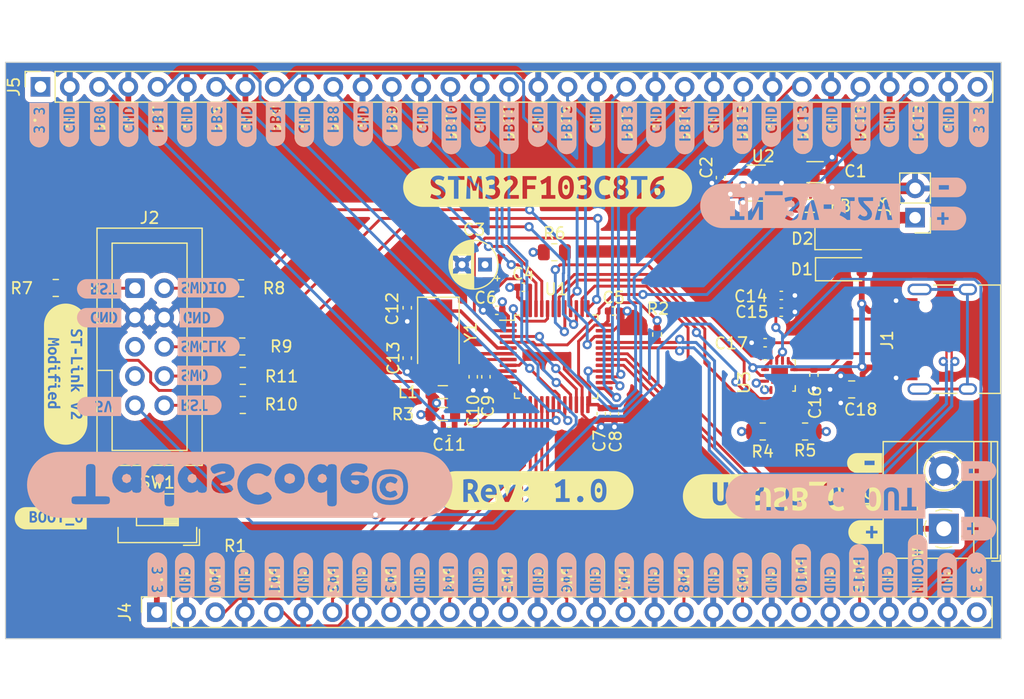
<source format=kicad_pcb>
(kicad_pcb (version 20221018) (generator pcbnew)
  (layers (0 "F.Cu" signal) (1 "In1.Cu" signal) (2 "In2.Cu" signal) (31 "B.Cu" signal) (34 "B.Paste" user) (35 "F.Paste" user) (36 "B.SilkS" user "B.Silkscreen") (37 "F.SilkS" user "F.Silkscreen") (38 "B.Mask" user) (39 "F.Mask" user) (44 "Edge.Cuts" user))
  (net 0 "")
  (net 1 "VBUS_USB")
  (net 2 "VCONN")
  (net 3 "CC1")
  (net 4 "CC2")
  (net 5 "Net-(D1-K)")
  (net 7 "Net-(J2-Pin_1)")
  (net 11 "unconnected-(J1-SHIELD-PadS1)")
  (net 12 "Net-(J2-Pin_2)")
  (net 13 "Net-(J2-Pin_6)")
  (net 14 "Net-(J2-Pin_8)")
  (net 16 "Net-(J2-Pin_10)")
  (net 18 "I2C1_SCL")
  (net 19 "I2C1_SDA")
  (net 20 "FUSB302_INT_N")
  (net 21 "+12V")
  (net 22 "BOOT0")
  (net 23 "+3.3V")
  (net 24 "PC13")
  (net 25 "PC12")
  (net 26 "PC15")
  (net 27 "Net-(U1-PD0)")
  (net 28 "Net-(U1-PD1)")
  (net 29 "NRST")
  (net 30 "GND")
  (net 31 "+3.3VA")
  (net 32 "PA0")
  (net 33 "PA1")
  (net 34 "PA2")
  (net 35 "PA3")
  (net 36 "PA4")
  (net 37 "PA5")
  (net 38 "PA6")
  (net 39 "PA7")
  (net 40 "PB0")
  (net 41 "PB1")
  (net 42 "PB2")
  (net 43 "PB10")
  (net 44 "PB11")
  (net 45 "PB12")
  (net 46 "PB13")
  (net 47 "PB14")
  (net 48 "PB15")
  (net 49 "PA8")
  (net 50 "PA9")
  (net 51 "PA10")
  (net 52 "USB_D-")
  (net 53 "USB_D+")
  (net 54 "SWDIO")
  (net 55 "SWCLK")
  (net 56 "PA15")
  (net 57 "SWO")
  (net 58 "PB4")
  (net 59 "PB8")
  (net 60 "PB9")
  (net 61 "Net-(U2-EN)")
  (net 62 "Net-(U2-BP)")
  (footprint "Capacitor_SMD:C_0402_1005Metric" (layer "F.Cu") (at 123.87 74.725)
    (fp_text reference "C15")
    (fp_text value "10u")
  )
  (footprint "kibuzzard-64403D28" (layer "F.Cu") (at 105.25 58.75 90)
    (fp_text reference "kibuzzard-64403D28" hide)
    (fp_text value "G***" hide)
  )
  (footprint "Capacitor_SMD:C_0402_1005Metric" (layer "F.Cu") (at 109.325 74.625)
    (fp_text reference "C5")
    (fp_text value "100n")
  )
  (footprint "kibuzzard-64404DA3" (layer "F.Cu") (at 102.5 90.2)
    (fp_text reference "kibuzzard-64404DA3" hide)
    (fp_text value "G***" hide)
  )
  (footprint "kibuzzard-64403A12" (layer "F.Cu") (at 82.5 58.46 90)
    (fp_text reference "kibuzzard-64403A12" hide)
    (fp_text value "G***" hide)
  )
  (footprint "Diode_SMD:D_SOD-123" (layer "F.Cu") (at 129.15 68.3)
    (fp_text reference "D2")
    (fp_text value "B5819W SL")
  )
  (footprint "kibuzzard-64403CB9" (layer "F.Cu") (at 74.9 58.4 90)
    (fp_text reference "kibuzzard-64403CB9" hide)
    (fp_text value "G***" hide)
  )
  (footprint "kibuzzard-64404CE6" (layer "F.Cu") (at 103.6 63.9)
    (fp_text reference "kibuzzard-64404CE6" hide)
    (fp_text value "G***" hide)
  )
  (footprint "kibuzzard-64404899" (layer "F.Cu") (at 124 90.7)
    (fp_text reference "kibuzzard-64404899" hide)
    (fp_text value "G***" hide)
  )
  (footprint "kibuzzard-64403A40" (layer "F.Cu") (at 69.75 97.5 -90)
    (fp_text reference "kibuzzard-64403A40" hide)
    (fp_text value "G***" hide)
  )
  (footprint "Capacitor_SMD:C_0402_1005Metric" (layer "F.Cu") (at 98.25 80.33 -90)
    (fp_text reference "C9")
    (fp_text value "1u")
  )
  (footprint "Capacitor_SMD:C_0402_1005Metric" (layer "F.Cu") (at 99.195 74.56 180)
    (fp_text reference "C6")
    (fp_text value "100n")
  )
  (footprint "kibuzzard-64403E91" (layer "F.Cu") (at 135.7 96.7 -90)
    (fp_text reference "kibuzzard-64403E91" hide)
    (fp_text value "G***" hide)
  )
  (footprint "Resistor_SMD:R_0805_2012Metric" (layer "F.Cu") (at 60.9375 72.625)
    (fp_text reference "R7")
    (fp_text value "22")
  )
  (footprint "Capacitor_SMD:C_0402_1005Metric" (layer "F.Cu") (at 97.15 80.33 -90)
    (fp_text reference "C10")
    (fp_text value "100n")
  )
  (footprint "kibuzzard-64403A12" (layer "F.Cu") (at 92.75 58.46 90)
    (fp_text reference "kibuzzard-64403A12" hide)
    (fp_text value "G***" hide)
  )
  (footprint "Capacitor_THT:CP_Radial_D4.0mm_P2.00mm" (layer "F.Cu") (at 98.175 70.6 180)
    (fp_text reference "C3")
    (fp_text value "10u")
  )
  (footprint "kibuzzard-6440444D" (layer "F.Cu") (at 77.3 97.5 -90)
    (fp_text reference "kibuzzard-6440444D" hide)
    (fp_text value "G***" hide)
  )
  (footprint "kibuzzard-64404255" (layer "F.Cu") (at 131.2 93.8 180)
    (fp_text reference "kibuzzard-64404255" hide)
    (fp_text value "G***" hide)
  )
  (footprint "Capacitor_SMD:C_0402_1005Metric" (layer "F.Cu") (at 122.47 77.375 180)
    (fp_text reference "C17")
    (fp_text value "470p")
  )
  (footprint "kibuzzard-64403BB8" (layer "F.Cu") (at 64.75 58.4 90)
    (fp_text reference "kibuzzard-64403BB8" hide)
    (fp_text value "G***" hide)
  )
  (footprint "kibuzzard-64403A12" (layer "F.Cu") (at 113 58.46 90)
    (fp_text reference "kibuzzard-64403A12" hide)
    (fp_text value "G***" hide)
  )
  (footprint "kibuzzard-64403A12" (layer "F.Cu") (at 97.75 58.46 90)
    (fp_text reference "kibuzzard-64403A12" hide)
    (fp_text value "G***" hide)
  )
  (footprint "Capacitor_SMD:C_0402_1005Metric" (layer "F.Cu") (at 108.25 83.525 -90)
    (fp_text reference "C7")
    (fp_text value "100n")
  )
  (footprint "kibuzzard-64403A12" (layer "F.Cu") (at 102.75 58.46 90)
    (fp_text reference "kibuzzard-64403A12" hide)
    (fp_text value "G***" hide)
  )
  (footprint "Inductor_SMD:L_0805_2012Metric" (layer "F.Cu") (at 94.5125 83.56)
    (fp_text reference "R3")
    (fp_text value "1k5")
  )
  (footprint "kibuzzard-64403CE0" (layer "F.Cu") (at 80 58.4 90)
    (fp_text reference "kibuzzard-64403CE0" hide)
    (fp_text value "G***" hide)
  )
  (footprint "kibuzzard-64403A12" (layer "F.Cu") (at 92.5 97.54 -90)
    (fp_text reference "kibuzzard-64403A12" hide)
    (fp_text value "G***" hide)
  )
  (footprint "kibuzzard-644040CE" (layer "F.Cu") (at 61.8 80.1 -90)
    (fp_text reference "kibuzzard-644040CE" hide)
    (fp_text value "G***" hide)
  )
  (footprint "Capacitor_SMD:C_0402_1005Metric" (layer "F.Cu") (at 126.7 80.18 -90)
    (fp_text reference "C16")
    (fp_text value "470p")
  )
  (footprint "kibuzzard-64403D4C" (layer "F.Cu") (at 120.5 58.75 90)
    (fp_text reference "kibuzzard-64403D4C" hide)
    (fp_text value "G***" hide)
  )
  (footprint "kibuzzard-64403A12" (layer "F.Cu") (at 67.25 58.46 90)
    (fp_text reference "kibuzzard-64403A12" hide)
    (fp_text value "G***" hide)
  )
  (footprint "kibuzzard-64403E46" (layer "F.Cu") (at 120.5 97.5 -90)
    (fp_text reference "kibuzzard-64403E46" hide)
    (fp_text value "G***" hide)
  )
  (footprint "Capacitor_SMD:C_0402_1005Metric" (layer "F.Cu") (at 91.425 78.705 -90)
    (fp_text reference "C13")
    (fp_text value "30p")
  )
  (footprint "kibuzzard-64403A40" (layer "F.Cu") (at 140.8 97.5 -90)
    (fp_text reference "kibuzzard-64403A40" hide)
    (fp_text value "G***" hide)
  )
  (footprint "kibuzzard-64403A12" (layer "F.Cu") (at 118 97.54 -90)
    (fp_text reference "kibuzzard-64403A12" hide)
    (fp_text value "G***" hide)
  )
  (footprint "kibuzzard-64403D3F" (layer "F.Cu") (at 115.5 58.75 90)
    (fp_text reference "kibuzzard-64403D3F" hide)
    (fp_text value "G***" hide)
  )
  (footprint "kibuzzard-64403DAA" (layer "F.Cu") (at 135.75 58.75 90)
    (fp_text reference "kibuzzard-64403DAA" hide)
    (fp_text value "G***" hide)
  )
  (footprint "kibuzzard-64403DF1" (layer "F.Cu") (at 79.9 97.5 -90)
    (fp_text reference "kibuzzard-64403DF1" hide)
    (fp_text value "G***" hide)
  )
  (footprint "Resistor_SMD:R_0805_2012Metric" (layer "F.Cu") (at 122.2625 85.075)
    (fp_text reference "R4")
    (fp_text value "4k7")
  )
  (footprint "kibuzzard-64403E38" (layer "F.Cu") (at 115.4 97.5 -90)
    (fp_text reference "kibuzzard-64403E38" hide)
    (fp_text value "G***" hide)
  )
  (footprint "Inductor_SMD:L_0805_2012Metric" (layer "F.Cu") (at 94.5125 81.66)
    (fp_text reference "L1")
    (fp_text value "27n")
  )
  (footprint "kibuzzard-64403A12" (layer "F.Cu") (at 87.5 97.54 -90)
    (fp_text reference "kibuzzard-64403A12" hide)
    (fp_text value "G***" hide)
  )
  (footprint "kibuzzard-64403D0A" (layer "F.Cu") (at 95.25 58.75 90)
    (fp_text reference "kibuzzard-64403D0A" hide)
    (fp_text value "G***" hide)
  )
  (footprint "Resistor_SMD:R_0402_1005Metric" (layer "F.Cu") (at 113.1 76.66 -90)
    (fp_text reference "R2")
    (fp_text value "1k5")
  )
  (footprint "kibuzzard-64403A12" (layer "F.Cu") (at 138.25 97.54 -90)
    (fp_text reference "kibuzzard-64403A12" hide)
    (fp_text value "G***" hide)
  )
  (footprint "Package_DFN_QFN:WQFN-14-1EP_2.5x2.5mm_P0.5mm_EP1.45x1.45mm" (layer "F.Cu") (at 123.725 80.2125)
    (fp_text reference "U3")
    (fp_text value "FUSB302BMPX")
  )
  (footprint "Resistor_SMD:R_0805_2012Metric" (layer "F.Cu") (at 77.1625 80.25)
    (fp_text reference "R11")
    (fp_text value "22")
  )
  (footprint "Resistor_SMD:R_0805_2012Metric" (layer "F.Cu") (at 104.1875 69.525)
    (fp_text reference "R6")
    (fp_text value "4k7")
  )
  (footprint "kibuzzard-64403D1B" (layer "F.Cu") (at 100.25 58.75 90)
    (fp_text reference "kibuzzard-64403D1B" hide)
    (fp_text value "G***" hide)
  )
  (footprint "kibuzzard-64403A12" (layer "F.Cu") (at 82.4 97.54 -90)
    (fp_text reference "kibuzzard-64403A12" hide)
    (fp_text value "G***" hide)
  )
  (footprint "Connector_PinHeader_2.54mm:PinHeader_1x02_P2.54mm_Vertical" (layer "F.Cu") (at 135.475 66.525 180)
    (fp_text reference "J3")
    (fp_text value "Conn_01x02_Socket")
  )
  (footprint "kibuzzard-64403FE1" (layer "F.Cu") (at 60.5 92.6)
    (fp_text reference "kibuzzard-64403FE1" hide)
    (fp_text value "G***" hide)
  )
  (footprint "kibuzzard-64403A40" (layer "F.Cu") (at 59.5 58.5 90)
    (fp_text reference "kibuzzard-64403A40" hide)
    (fp_text value "G***" hide)
  )
  (footprint "kibuzzard-64403A12" (layer "F.Cu") (at 62.1 58.46 90)
    (fp_text reference "kibuzzard-64403A12" hide)
    (fp_text value "G***" hide)
  )
  (footprint "kibuzzard-64403E21" (layer "F.Cu") (at 105.25 97.5 -90)
    (fp_text reference "kibuzzard-64403E21" hide)
    (fp_text value "G***" hide)
  )
  (footprint "kibuzzard-64403A40" (layer "F.Cu") (at 141.01 58.48 90)
    (fp_text reference "kibuzzard-64403A40" hide)
    (fp_text value "G***" hide)
  )
  (footprint "Capacitor_SMD:C_0402_1005Metric" (layer "F.Cu") (at 123.87 73.275)
    (fp_text reference "C14")
    (fp_text value "100p")
  )
  (footprint "kibuzzard-64403A12" (layer "F.Cu") (at 97.6 97.54 -90)
    (fp_text reference "kibuzzard-64403A12" hide)
    (fp_text value "G***" hide)
  )
  (footprint "Capacitor_SMD:C_1206_3216Metric" (layer "F.Cu") (at 126.8 62.575)
    (fp_text reference "C1")
    (fp_text value "10u")
  )
  (footprint "Resistor_SMD:R_0805_2012Metric" (layer "F.Cu") (at 77.1125 77.7)
    (fp_text reference "R9")
    (fp_text value "22")
  )
  (footprint "kibuzzard-64403A12" (layer "F.Cu") (at 138.37 58.48 90)
    (fp_text reference "kibuzzard-64403A12" hide)
    (fp_text value "G***" hide)
  )
  (footprint "Capacitor_SMD:C_0402_1005Metric" (layer "F.Cu") (at 118.6 63.055 -90)
    (fp_text reference "C2")
    (fp_text value "10n")
  )
  (footprint "Inductor_SMD:L_0805_2012Metric" (layer "F.Cu") (at 126.3375 65.5 180)
    (fp_text reference "FB1")
    (fp_text value "GZ2012D601TF")
  )
  (footprint "Diode_SMD:D_SOD-123" (layer "F.Cu") (at 129.2 71)
    (fp_text reference "D1")
    (fp_text value "B5819W SL")
  )
  (footprint "kibuzzard-64403CF4" (layer "F.Cu") (at 85 58.4 90)
    (fp_text reference "kibuzzard-64403CF4" hide)
    (fp_text value "G***" hide)
  )
  (footprint "kibuzzard-64403A12" (layer "F.Cu") (at 118 58.46 90)
    (fp_text reference "kibuzzard-64403A12" hide)
    (fp_text value "G***" hide)
  )
  (footprint "kibuzzard-6440425E" (layer "F.Cu") (at 131.1 87.8 180)
    (fp_text reference "kibuzzard-6440425E" hide)
    (fp_text value "G***" hide)
  )
  (footprint "Package_QFP:LQFP-48_7x7mm_P0.5mm" (layer "F.Cu") (at 104.345 78.5825)
    (fp_text reference "U1")
    (fp_text value "STM32F103C8T6")
  )
  (footprint "kibuzzard-64403D35" (layer "F.Cu") (at 110.5 58.75 90)
    (fp_text reference "kibuzzard-64403D35" hide)
    (fp_text value "G***" hide)
  )
  (footprint "kibuzzard-64403A12" (layer "F.Cu") (at 128.25 58.46 90)
    (fp_text reference "kibuzzard-64403A12" hide)
    (fp_text value "G***" hide)
  )
  (footprint "kibuzzard-64403E53" (layer "F.Cu") (at 125.6 97.1 -90)
    (fp_text reference "kibuzzard-64403E53" hide)
    (fp_text value "G***" hide)
  )
  (footprint "kibuzzard-64403A12" (layer "F.Cu") (at 107.75 97.54 -90)
    (fp_text reference "kibuzzard-64403A12" hide)
    (fp_text value "G***" hide)
  )
  (footprint "Resistor_SMD:R_0805_2012Metric" (layer "F.Cu") (at 77.1625 82.775)
    (fp_text reference "R10")
    (fp_text value "22")
  )
  (footprint "kibuzzard-64403A12" (layer "F.Cu") (at 107.75 58.46 90)
    (fp_text reference "kibuzzard-64403A12" hide)
    (fp_text value "G***" hide)
  )
  (footprint "kibuzzard-64403A12" (layer "F.Cu") (at 102.75 97.54 -90)
    (fp_text reference "kibuzzard-64403A12" hide)
    (fp_text value "G***" hide)
  )
  (footprint "kibuzzard-64403E7D" (layer "F.Cu") (at 130.6 97.1 -90)
    (fp_text reference "kibuzzard-64403E7D" hide)
    (fp_text value "G***" hide)
  )
  (footprint "TerminalBlock_Phoenix:TerminalBlock_Phoenix_MKDS-1,5-2_1x02_P5.00mm_Horizontal" (layer "F.Cu") (at 137.97 93.51 90)
    (fp_text reference "J6")
    (fp_text value "Screw_Terminal_01x02")
  )
  (footprint "Connector_USB:USB_C_Receptacle_HRO_TYPE-C-31-M-12" (layer "F.Cu") (at 139 77.07 90)
    (fp_text reference "J1")
    (fp_text value "USB_C_Receptacle_USB2.0")
  )
  (footprint "kibuzzard-64403A12" (layer "F.Cu") (at 72.13 97.52 -90)
    (fp_text reference "kibuzzard-64403A12" hide)
    (fp_text value "G***" hide)
  )
  (footprint "Capacitor_SMD:C_0402_1005Metric" (layer "F.Cu") (at 101.495 72.56)
    (fp_text reference "C4")
    (fp_text value "4u7")
  )
  (footprint "kibuzzard-64403A12" (layer "F.Cu") (at 112.8 97.54 -90)
    (fp_text reference "kibuzzard-64403A12" hide)
    (fp_text value "G***" hide)
  )
  (footprint "kibuzzard-64403A12" (layer "F.Cu") (at 128.1 97.54 -90)
    (fp_text reference "kibuzzard-64403A12" hide)
    (fp_text value "G***" hide)
  )
  (footprint "kibuzzard-64403E03" (layer "F.Cu") (at 90 97.5 -90)
    (fp_text reference "kibuzzard-64403E03" hide)
    (fp_text value "G***" hide)
  )
  (footprint "Connector_PinSocket_2.54mm:PinSocket_1x33_P2.54mm_Vertical" (layer "F.Cu") (at 59.61 55.175 90)
    (fp_text reference "J5")
    (fp_text value "Conn_01x33_Socket")
  )
  (footprint "Capacitor_SMD:C_0805_2012Metric" (layer "F.Cu") (at 129.975 81.425 180)
    (fp_text reference "C18")
    (fp_text value "10u")
  )
  (footprint "Resistor_SMD:R_0805_2012Metric" (layer "F.Cu") (at 77.0125 72.65)
    (fp_text reference "R8")
    (fp_text value "22")
  )
  (footprint "kibuzzard-64403C06" (layer "F.Cu") (at 69.8 58.4 90)
    (fp_text reference "kibuzzard-64403C06" hide)
    (fp_text value "G***" hide)
  )
  (footprint "Package_TO_SOT_SMD:SOT-23-5" (layer "F.Cu") (at 121.6875 63.525 180)
    (fp_text reference "U2")
    (fp_text value "SPX3819M5-L-3-3")
  )
  (footprint "kibuzzard-64403A12" (layer "F.Cu") (at 87.6 58.4 90)
    (fp_text reference "kibuzzard-64403A12" hide)
    (fp_text value "G***" hide)
  )
  (footprint "kibuzzard-64403E16" (layer "F.Cu") (at 100.1 97.5 -90)
    (fp_text reference "kibuzzard-64403E16" hide)
    (fp_text value "G***" hide)
  )
  (footprint "kibuzzard-64403D99" (layer "F.Cu") (at 130.75 58.75 90)
    (fp_text reference "kibuzzard-64403D99" hide)
    (fp_text value "G***" hide)
  )
  (footprint "kibuzzard-64403DFA" (layer "F.Cu") (at 85 97.5 -90)
    (fp_text reference "kibuzzard-64403DFA" hide)
    (fp_text value "G***" hide)
  )
  (footprint "kibuzzard-64403DE7" (layer "F.Cu") (at 74.75 97.5 -90)
    (fp_text reference "kibuzzard-64403DE7" hide)
    (fp_text value "G***" hide)
  )
  (footprint "Button_Switch_SMD:SW_DIP_SPSTx01_Slide_6.7x4.1mm_W8.61mm_P2.54mm_LowProfile" (layer "F.Cu") (at 69.75 92.6 180)
    (fp_text reference "SW1")
    (fp_text value "SW_DIP_x01")
  )
  (footprint "kibuzzard-64403A12" (layer "F.Cu") (at 72.3 58.46 90)
    (fp_text reference "kibuzzard-64403A12" hide)
    (fp_text value "G***" hide)
  )
  (footprint "kibuzzard-64403A12" (layer "F.Cu") (at 133.24 58.46 90)
    (fp_text reference "kibuzzard-64403A12" hide)
    (fp_text value "G***" hide)
  )
  (footprint "Connector_IDC:IDC-Header_2x05_P2.54mm_Vertical" (layer "F.Cu") (at 67.805 72.645)
    (fp_text reference "J2")
    (fp_text value "Conn_02x05_Odd_Even")
  )
  (footprint "Capacitor_SMD:C_0402_1005Metric" (layer "F.Cu") (at 95.055 85.06 180)
    (fp_text reference "C11")
    (fp_text value "100n")
  )
  (footprint "kibuzzard-64403E2E" (layer "F.Cu") (at 110.25 97.5 -90)
    (fp_text reference "kibuzzard-64403E2E" hide)
    (fp_text value "G***" hide)
  )
  (footprint "Capacitor_SMD:C_0402_1005Metric" (layer "F.Cu") (at 91.425 74.345 -90)
    (fp_text reference "C12")
    (fp_text value "30p")
  )
  (footprint "Resistor_SMD:R_0805_2012Metric" (layer "F.Cu") (at 125.9375 85.075 180)
    (fp_text reference "R5")
    (fp_text value "4k7")
  )
  (footprint "kibuzzard-64403A12" (layer "F.Cu") (at 123 97.5 -90)
    (fp_text reference "kibuzzard-64403A12" hide)
    (fp_text value "G***" hide)
  )
  (footprint "Crystal:Crystal_SMD_5032-2Pin_5.0x3.2mm" (layer "F.Cu") (at 94.125 76.475 -90)
    (fp_text reference "Y1")
    (fp_text value "X50328MSB2GI")
  )
  (footprint "kibuzzard-64403A12" (layer "F.Cu") (at 77.5 58.46 90)
    (fp_text reference "kibuzzard-64403A12" hide)
    (fp_text value "G***" hide)
  )
  (footprint "kibuzzard-64403D01" (layer "F.Cu") (at 90.1 58.4 90)
    (fp_text reference "kibuzzard-64403D01" hide)
    (fp_text value "G***" hide)
  )
  (footprint "kibuzzard-64403D5A" (layer "F.Cu") (at 125.75 58.75 90)
    (fp_text reference "kibuzzard-64403D5A" hide)
    (fp_text value "G***" hide)
  )
  (footprint "Connector_PinSocket_2.54mm:PinSocket_1x29_P2.54mm_Vertical" (layer "F.Cu") (at 69.705 100.75 90)
    (fp_text reference "J4")
    (fp_text value "Conn_01x29_Socket")
  )
  (footprint "kibuzzard-64403E0D" (layer "F.Cu") (at 95 97.5 -90)
    (fp_text reference "kibuzzard-64403E0D" hide)
    (fp_text value "G***" hide)
  )
  (footprint "kibuzzard-64403A12" (layer "F.Cu") (at 133.1 97.5 -90)
    (fp_text reference "kibuzzard-64403A12" hide)
    (fp_text value "G***" hide)
  )
  (footprint "Resistor_SMD:R_0402_1005Metric" (layer "F.Cu") (at 74.655 96.1)
    (fp_text reference "R1")
    (fp_text value "10k")
  )
  (footprint "kibuzzard-64403A12" (layer "F.Cu") (at 123 58.46 90)
    (fp_text reference "kibuzzard-64403A12" hide)
    (fp_text value "G***" hide)
  )
  (footprint "Capacitor_SMD:C_0402_1005Metric" (layer "F.Cu") (at 109.4 83.525 -90)
    (fp_text reference "C8")
    (fp_text value "100n")
  )
  (footprint "kibuzzard-64403D3F" (layer "B.Cu") (at 115.5 58.75 90)
    (fp_text reference "kibuzzard-64403D3F" hide)
    (fp_text value "G***" hide)
  )
  (footprint "kibuzzard-64403A12" (layer "B.Cu") (at 133.24 58.46 90)
    (fp_text reference "kibuzzard-64403A12" hide)
    (fp_text value "G***" hide)
  )
  (footprint "kibuzzard-64403DF1" (layer "B.Cu") (at 79.9 97.5 -90)
    (fp_text reference "kibuzzard-64403DF1" hide)
    (fp_text value "G***" hide)
  )
  (footprint "kibuzzard-64403CE0" (layer "B.Cu") (at 80 58.4 90)
    (fp_text reference "kibuzzard-64403CE0" hide)
    (fp_text value "G***" hide)
  )
  (footprint "kibuzzard-64403E21" (layer "B.Cu") (at 105.25 97.5 -90)
    (fp_text reference "kibuzzard-64403E21" hide)
    (fp_text value "G***" hide)
  )
  (footprint "kibuzzard-64403A12" (layer "B.Cu") (at 62.1 58.46 90)
    (fp_text reference "kibuzzard-64403A12" hide)
    (fp_text value "G***" hide)
  )
  (footprint "kibuzzard-64404A67" (layer "B.Cu") (at 73.4 82.8)
    (fp_text reference "kibuzzard-64404A67" hide)
    (fp_text value "G***" hide)
  )
  (footprint "kibuzzard-64403A12" (layer "B.Cu") (at 97.75 58.46 90)
    (fp_text reference "kibuzzard-64403A12" hide)
    (fp_text value "G***" hide)
  )
  (footprint "kibuzzard-64403A12" (layer "B.Cu") (at 77.3 97.5 -90)
    (fp_text reference "kibuzzard-64403A12" hide)
    (fp_text value "G***" hide)
  )
  (footprint "kibuzzard-64403E2E" (layer "B.Cu") (at 110.25 97.5 -90)
    (fp_text reference "kibuzzard-64403E2E" hide)
    (fp_text value "G***" hide)
  )
  (footprint "kibuzzard-64403A12" (layer "B.Cu") (at 67.25 58.46 90)
    (fp_text reference "kibuzzard-64403A12" hide)
    (fp_text value "G***" hide)
  )
  (footprint "kibuzzard-64403D99" (layer "B.Cu") (at 130.75 58.75 90)
    (fp_text reference "kibuzzard-64403D99" hide)
    (fp_text value "G***" hide)
  )
  (footprint "kibuzzard-64403D5A" (layer "B.Cu") (at 125.75 58.75 90)
    (fp_text reference "kibuzzard-64403D5A" hide)
    (fp_text value "G***" hide)
  )
  (footprint "kibuzzard-64403E53" (layer "B.Cu") (at 125.6 97.1 -90)
    (fp_text reference "kibuzzard-64403E53" hide)
    (fp_text value "G***" hide)
  )
  (footprint "kibuzzard-64404B05" (layer "B.Cu") (at 73.4 80.2)
    (fp_text reference "kibuzzard-64404B05" hide)
    (fp_text value "G***" hide)
  )
  (footprint "kibuzzard-6440444D" (layer "B.Cu") (at 133.1 97.5 -90)
    (fp_text reference "kibuzzard-6440444D" hide)
    (fp_text value "G***" hide)
  )
  (footprint "kibuzzard-64403E03" (layer "B.Cu") (at 90 97.5 -90)
    (fp_text reference "kibuzzard-64403E03" hide)
    (fp_text value "G***" hide)
  )
  (footprint "kibuzzard-64403BB8" (layer "B.Cu") (at 64.75 58.4 90)
    (fp_text reference "kibuzzard-64403BB8" hide)
    (fp_text value "G***" hide)
  )
  (footprint "kibuzzard-64403E0D" (layer "B.Cu") (at 95 97.5 -90)
    (fp_text reference "kibuzzard-64403E0D" hide)
    (fp_text value "G***" hide)
  )
  (footprint "kibuzzard-6440423F" (layer "B.Cu") (at 138.4 66.6)
    (fp_text reference "kibuzzard-6440423F" hide)
    (fp_text value "G***" hide)
  )
  (footprint "kibuzzard-64403DAA" (layer "B.Cu") (at 135.75 58.75 90)
    (fp_text reference "kibuzzard-64403DAA" hide)
    (fp_text value "G***" hide)
  )
  (footprint "kibuzzard-64403D28" (layer "B.Cu") (at 105.25 58.75 90)
    (fp_text reference "kibuzzard-64403D28" hide)
    (fp_text value "G***" hide)
  )
  (footprint "kibuzzard-64403A40" (layer "B.Cu") (at 141.01 58.48 90)
    (fp_text reference "kibuzzard-64403A40" hide)
    (fp_text value "G***" hide)
  )
  (footprint "kibuzzard-64403D35" (layer "B.Cu") (at 110.5 58.75 90)
    (fp_text reference "kibuzzard-64403D35" hide)
    (fp_text value "G***" hide)
  )
  (footprint "kibuzzard-64403CB9" (layer "B.Cu") (at 74.9 58.4 90)
    (fp_text reference "kibuzzard-64403CB9" hide)
    (fp_text value "G***" hide)
  )
  (footprint "kibuzzard-64403D0A" (layer "B.Cu") (at 95.25 58.75 90)
    (fp_text reference "kibuzzard-64403D0A" hide)
    (fp_text value "G***" hide)
  )
  (footprint "kibuzzard-64404A90" (layer "B.Cu") (at 64.7 75.2)
    (fp_text reference "kibuzzard-64404A90" hide)
    (fp_text value "G***" hide)
  )
  (footprint "kibuzzard-64403D4C" (layer "B.Cu") (at 120.5 58.75 90)
    (fp_text reference "kibuzzard-64403D4C" hide)
    (fp_text value "G***" hide)
  )
  (footprint "kibuzzard-64403A12" (layer "B.Cu") (at 102.75 58.46 90)
    (fp_text reference "kibuzzard-64403A12" hide)
    (fp_text value "G***" hide)
  )
  (footprint "kibuzzard-64403A12" (layer "B.Cu") (at 82.5 58.46 90)
    (fp_text reference "kibuzzard-64403A12" hide)
    (fp_text value "G***" hide)
  )
  (footprint "kibuzzard-64403A12" (layer "B.Cu") (at 118 58.46 90)
    (fp_text reference "kibuzzard-64403A12" hide)
    (fp_text value "G***" hide)
  )
  (footprint "kibuzzard-64403A40" (layer "B.Cu") (at 59.5 58.5 90)
    (fp_text reference "kibuzzard-64403A40" hide)
    (fp_text value "G***" hide)
  )
  (footprint "kibuzzard-64403A12" (layer "B.Cu") (at 107.75 58.46 90)
    (fp_text reference "kibuzzard-64403A12" hide)
    (fp_text value "G***" hide)
  )
  (footprint "kibuzzard-64404E78" (layer "B.Cu") (at 125.5 65.5)
    (fp_text reference "kibuzzard-64404E78" hide)
    (fp_text value "G***" hide)
  )
  (footprint "kibuzzard-64403A12" (layer "B.Cu") (at 82.4 97.5 -90)
    (fp_text reference "kibuzzard-64403A12" hide)
    (fp_text value "G***" hide)
  )
  (footprint "kibuzzard-64403A12" (layer "B.Cu") (at 72.3 58.46 90)
    (fp_text reference "kibuzzard-64403A12" hide)
    (fp_text value "G***" hide)
  )
  (footprint "kibuzzard-6440423F" (layer "B.Cu") (at 141 93.5)
    (fp_text reference "kibuzzard-6440423F" hide)
    (fp_text value "G***" hide)
  )
  (footprint "kibuzzard-64403A12" (layer "B.Cu") (at 92.75 58.46 90)
    (fp_text reference "kibuzzard-64403A12" hide)
    (fp_text value "G***" hide)
  )
  (footprint "kibuzzard-64403E91" (layer "B.Cu") (at 135.7 96.7 -90)
    (fp_text reference "kibuzzard-64403E91" hide)
    (fp_text value "G***" hide)
  )
  (footprint "kibuzzard-64403A12" (layer "B.Cu") (at 138.37 58.48 90)
    (fp_text reference "kibuzzard-64403A12" hide)
    (fp_text value "G***" hide)
  )
  (footprint "kibuzzard-64404AEE" (layer "B.Cu") (at 74.2 77.7)
    (fp_text reference "kibuzzard-64404AEE" hide)
    (fp_text value "G***" hide)
  )
  (footprint "kibuzzard-64403D1B" (layer "B.Cu") (at 100.25 58.75 90)
    (fp_text reference "kibuzzard-64403D1B" hide)
    (fp_text value "G***" hide)
  )
  (footprint "kibuzzard-64403A12" (layer "B.Cu") (at 87.6 58.4 90)
    (fp_text reference "kibuzzard-64403A12" hide)
    (fp_text value "G***" hide)
  )
  (footprint "kibuzzard-64404D55" (layer "B.Cu") (at 76.9 89.7)
    (fp_text reference "kibuzzard-64404D55" hide)
    (fp_text value "G***" hide)
  )
  (footprint "kibuzzard-64403A12" (layer "B.Cu") (at 138.25 97.52 -90)
    (fp_text reference "kibuzzard-64403A12" hide)
    (fp_text value "G***" hide)
  )
  (footprint "kibuzzard-6440425E" (layer "B.Cu") (at 141 88.5)
    (fp_text reference "kibuzzard-6440425E" hide)
    (fp_text value "G***" hide)
  )
  (footprint "kibuzzard-64403A12" (layer "B.Cu") (at 92.5 97.54 -90)
    (fp_text reference "kibuzzard-64403A12" hide)
    (fp_text value "G***" hide)
  )
  (footprint "kibuzzard-64403A12" (layer "B.Cu") (at 123 58.46 90)
    (fp_text reference "kibuzzard-64403A12" hide)
    (fp_text value "G***" hide)
  )
  (footprint "kibuzzard-64403A12" (layer "B.Cu") (at 87.5 97.5 -90)
    (fp_text reference "kibuzzard-64403A12" hide)
    (fp_text value "G***" hide)
  )
  (footprint "kibuzzard-64403A12" (layer "B.Cu") (at 97.58 97.5 -90)
    (fp_text reference "kibuzzard-64403A12" hide)
    (fp_text value "G***" hide)
  )
  (footprint "kibuzzard-64403D01" (layer "B.Cu") (at 90.1 58.4 90)
    (fp_text reference "kibuzzard-64403D01" hide)
    (fp_text value "G***" hide)
  )
  (footprint "kibuzzard-64404A5D" (layer "B.Cu") (at 64.7 82.9)
    (fp_text reference "kibuzzard-64404A5D" hide)
    (fp_text value "G***" hide)
  )
  (footprint "kibuzzard-64403A12" (layer "B.Cu") (at 107.7 97.54 -90)
    (fp_text reference "kibuzzard-64403A12" hide)
    (fp_text value "G***" hide)
  )
  (footprint "kibuzzard-64403A12" (layer "B.Cu") (at 118 97.54 -90)
    (fp_text reference "kibuzzard-64403A12" hide)
    (fp_text value "G***" hide)
  )
  (footprint "kibuzzard-64403A12" (layer "B.Cu") (at 77.5 58.46 90)
    (fp_text reference "kibuzzard-64403A12" hide)
    (fp_text value "G***" hide)
  )
  (footprint "kibuzzard-64403C06" (layer "B.Cu") (at 69.8 58.4 90)
    (fp_text reference "kibuzzard-64403C06" hide)
    (fp_text value "G***" hide)
  )
  (footprint "kibuzzard-64403A12" (layer "B.Cu") (at 102.8 97.54 -90)
    (fp_text reference "kibuzzard-64403A12" hide)
    (fp_text value "G***" hide)
  )
  (footprint "kibuzzard-64403E46" (layer "B.Cu") (at 120.5 97.5 -90)
    (fp_text reference "kibuzzard-64403E46" hide)
    (fp_text value "G***" hide)
  )
  (footprint "kibuzzard-64403A12" (layer "B.Cu") (at 128.25 58.46 90)
    (fp_text reference "kibuzzard-64403A12" hide)
    (fp_text value "G***" hide)
  )
  (footprint "kibuzzard-64403E16" (layer "B.Cu") (at 100.1 97.5 -90)
    (fp_text reference "kibuzzard-64403E16" hide)
    (fp_text value "G***" hide)
  )
  (footprint "kibuzzard-64403E7D" (layer "B.Cu") (at 130.6 97.1 -90)
    (fp_text reference "kibuzzard-64403E7D" hide)
    (fp_text value "G***" hide)
  )
  (footprint "kibuzzard-64403DFA" (layer "B.Cu") (at 85 97.5 -90)
    (fp_text reference "kibuzzard-64403DFA" hide)
    (fp_text value "G***" hide)
  )
  (footprint "kibuzzard-64403A12" (layer "B.Cu") (at 72.13 97.54 -90)
    (fp_text reference "kibuzzard-64403A12" hide)
    (fp_text value "G***" hide)
  )
  (footprint "kibuzzard-64403A40" (layer "B.Cu") (at 69.75 97.5 -90)
    (fp_text reference "kibuzzard-64403A40" hide)
    (fp_text value "G***" hide)
  )
  (footprint "kibuzzard-6440425E" (layer "B.Cu") (at 138.4 63.9)
    (fp_text reference "kibuzzard-6440425E" hide)
    (fp_text value "G***" hide)
  )
  (footprint "kibuzzard-64404AD5" (layer "B.Cu") (at 74.2 72.6)
    (fp_text reference "kibuzzard-64404AD5" hide)
    (fp_text value "G***" hide)
  )
  (footprint "kibuzzard-6440513F" (layer "B.Cu") (at 73.6 75.2)
    (fp_text reference "kibuzzard-6440513F" hide)
    (fp_text value "G***" hide)
  )
  (footprint "kibuzzard-64404AA4" (layer "B.Cu") (at 64.7 72.7)
    (fp_text reference "kibuzzard-64404AA4" hide)
    (fp_text value "G***" hide)
  )
  (footprint "kibuzzard-64403E38" (layer "B.Cu") (at 115.4 97.5 -90)
    (fp_text reference "kibuzzard-64403E38" hide)
    (fp_text value "G***" hide)
  )
  (footprint "kibuzzard-64403A12" (layer "B.Cu") (at 113 58.46 90)
    (fp_text reference "kibuzzard-64403A12" hide)
    (fp_text value "G***" hide)
  )
  (footprint "kibuzzard-64403DE7" (layer "B.Cu") (at 74.75 97.5 -90)
    (fp_text reference "kibuzzard-64403DE7" hide)
    (fp_text value "G***" hide)
  )
  (footprint "kibuzzard-64403A12" (layer "B.Cu") (at 112.8 97.54 -90)
    (fp_text reference "kibuzzard-64403A12" hide)
    (fp_text value "G***" hide)
  )
  (footprint "kibuzzard-64404899" (layer "B.Cu") (at 127.7 90.7)
    (fp_text reference "kibuzzard-64404899" hide)
    (fp_text value "G***" hide)
  )
  (footprint "kibuzzard-64403A40" (layer "B.Cu") (at 140.8 97.5 -90)
    (fp_text reference "kibuzzard-64403A40" hide)
    (fp_text value "G***" hide)
  )
  (footprint "kibuzzard-64403A12" (layer "B.Cu") (at 128.1 97.54 -90)
    (fp_text reference "kibuzzard-64403A12" hide)
    (fp_text value "G***" hide)
  )
  (footprint "kibuzzard-64403A12" (layer "B.Cu") (at 123 97.54 -90)
    (fp_text reference "kibuzzard-64403A12" hide)
    (fp_text value "G***" hide)
  )
  (footprint "kibuzzard-64403CF4" (layer "B.Cu") (at 85 58.4 90)
    (fp_text reference "kibuzzard-64403CF4" hide)
    (fp_text value "G***" hide)
  )
  (gr_rect (start 56.575 53.05) (end 142.95 103.05) (stroke (width 0.1)) (fill none) (layer "Edge.Cuts"))
  (segment (start 131.47 74.62) (end 130.85 74) (width 0.5) (layer "F.Cu") (net 1))
  (segment (start 134.955 74.62) (end 131.47 74.62) (width 0.5) (layer "F.Cu") (net 1))
  (segment (start 131.46 79.52) (end 130.945 79.52) (width 0.5) (layer "F.Cu") (net 1))
  (segment (start 130.925 81.425) (end 130.925 89.005) (width 0.5) (layer "F.Cu") (net 1))
  (segment (start 135.43 93.51) (end 137.97 93.51) (width 0.5) (layer "F.Cu") (net 1))
  (segment (start 130.925 89.005) (end 135.43 93.51) (width 0.5) (layer "F.Cu") (net 1))
  (segment (start 130.925 80.055) (end 131.46 79.52) (width 0.5) (layer "F.Cu") (net 1))
  (segment (start 130.875 81.375) (end 130.925 81.425) (width 0.5) (layer "F.Cu") (net 1))
  (segment (start 130.85 74) (end 130.85 71) (width 0.5) (layer "F.Cu") (net 1))
  (segment (start 122.462 80.2125) (end 122.062 80.2125) (width 0.25) (layer "F.Cu") (net 1))
  (segment (start 122.062 80.2125) (end 121.4 79.55) (width 0.25) (layer "F.Cu") (net 1))
  (segment (start 130.925 81.425) (end 130.925 80.055) (width 0.5) (layer "F.Cu") (net 1))
  (segment (start 122.462 80.2125) (end 122.4625 80.2125) (width 0.25) (layer "F.Cu") (net 1))
  (segment (start 134.955 79.52) (end 131.46 79.52) (width 0.5) (layer "F.Cu") (net 1))
  (segment (start 130.945 79.52) (end 130.875 79.45) (width 0.5) (layer "F.Cu") (net 1))
  (via (at 121.4 79.55) (size 0.8) (drill 0.4) (layers "F.Cu" "B.Cu") (net 1))
  (via (at 130.85 74) (size 0.8) (drill 0.4) (layers "F.Cu" "B.Cu") (net 1))
  (via (at 130.875 79.45) (size 0.8) (drill 0.4) (layers "F.Cu" "B.Cu") (net 1))
  (segment (start 121.4 79.55) (end 121.45 79.5) (width 0.25) (layer "B.Cu") (net 1))
  (segment (start 121.45 79.5) (end 121.5 79.45) (width 0.25) (layer "B.Cu") (net 1))
  (segment (start 115.3452 75.7592) (end 113.1829 77.9215) (width 0.25) (layer "B.Cu") (net 1))
  (segment (start 98.8758 93.0093) (end 78.0093 93.0093) (width 0.25) (layer "B.Cu") (net 1))
  (segment (start 113.1829 80.8162) (end 110.2493 83.7498) (width 0.25) (layer "B.Cu") (net 1))
  (segment (start 121.45 79.5) (end 117.7092 75.7592) (width 0.25) (layer "B.Cu") (net 1))
  (segment (start 110.2493 83.7498) (end 108.1353 83.7498) (width 0.25) (layer "B.Cu") (net 1))
  (segment (start 117.7092 75.7592) (end 115.3452 75.7592) (width 0.25) (layer "B.Cu") (net 1))
  (segment (start 130.875 74.025) (end 130.85 74) (width 0.5) (layer "B.Cu") (net 1))
  (segment (start 113.1829 77.9215) (end 113.1829 80.8162) (width 0.25) (layer "B.Cu") (net 1))
  (segment (start 108.1353 83.7498) (end 98.8758 93.0093) (width 0.25) (layer "B.Cu") (net 1))
  (segment (start 121.5 79.45) (end 130.875 79.45) (width 0.25) (layer "B.Cu") (net 1))
  (segment (start 78.0093 93.0093) (end 67.805 82.805) (width 0.25) (layer "B.Cu") (net 1))
  (segment (start 130.875 79.45) (end 130.875 74.025) (width 0.5) (layer "B.Cu") (net 1))
  (segment (start 123.4 74.735) (end 123.39 74.725) (width 0.25) (layer "F.Cu") (net 2))
  (segment (start 123.475 78.95) (end 123.475 78.675) (width 0.25) (layer "F.Cu") (net 2))
  (segment (start 123.4 76.05) (end 123.4 74.735) (width 0.25) (layer "F.Cu") (net 2))
  (segment (start 123.975 78.95) (end 123.975 78.175) (width 0.25) (layer "F.Cu") (net 2))
  (segment (start 123.39 74.725) (end 123.39 73.275) (width 0.25) (layer "F.Cu") (net 2))
  (segment (start 123.475 78.675) (end 123.975 78.175) (width 0.25) (layer "F.Cu") (net 2))
  (via (at 123.4 76.05) (size 0.8) (drill 0.4) (layers "F.Cu" "B.Cu") (net 2))
  (via (at 123.975 78.175) (size 0.8) (drill 0.4) (layers "F.Cu" "B.Cu") (net 2))
  (segment (start 129.1125 71.875) (end 140.6454 71.875) (width 0.25) (layer "B.Cu") (net 2))
  (segment (start 123.975 77.0125) (end 123.975 76.625) (width 0.25) (layer "B.Cu") (net 2))
  (segment (start 123.975 76.625) (end 123.4 76.05) (width 0.25) (layer "B.Cu") (net 2))
  (segment (start 141.1847 72.4143) (end 141.1847 94.1352) (width 0.25) (layer "B.Cu") (net 2))
  (segment (start 141.1847 94.1352) (end 135.745 99.5749) (width 0.25) (layer "B.Cu") (net 2))
  (segment (start 135.745 100.75) (end 135.745 99.5749) (width 0.25) (layer "B.Cu") (net 2))
  (segment (start 140.6454 71.875) (end 141.1847 72.4143) (width 0.25) (layer "B.Cu") (net 2))
  (segment (start 123.975 78.175) (end 123.975 77.0125) (width 0.25) (layer "B.Cu") (net 2))
  (segment (start 123.975 77.0125) (end 129.1125 71.875) (width 0.25) (layer "B.Cu") (net 2))
  (segment (start 124.475 78.95) (end 124.988 79.4625) (width 0.25) (layer "F.Cu") (net 3))
  (segment (start 124.988 79.7125) (end 126.688 79.7125) (width 0.25) (layer "F.Cu") (net 3))
  (segment (start 124.988 79.5875) (end 124.9875 79.588) (width 0.25) (layer "F.Cu") (net 3))
  (segment (start 134.955 78.32) (end 129.305 78.32) (width 0.25) (layer "F.Cu") (net 3))
  (segment (start 124.988 79.4625) (end 124.988 79.5875) (width 0.25) (layer "F.Cu") (net 3))
  (segment (start 126.688 79.7125) (end 126.7 79.7) (width 0.25) (layer "F.Cu") (net 3))
  (segment (start 127.925 79.7) (end 126.7 79.7) (width 0.25) (layer "F.Cu") (net 3))
  (segment (start 124.9875 79.588) (end 124.9875 79.7125) (width 0.25) (layer "F.Cu") (net 3))
  (segment (start 129.305 78.32) (end 127.925 79.7) (width 0.25) (layer "F.Cu") (net 3))
  (segment (start 124.988 79.5875) (end 124.988 79.7125) (width 0.25) (layer "F.Cu") (net 3))
  (segment (start 122.462 79.4625) (end 122.975 78.95) (width 0.25) (layer "F.Cu") (net 4))
  (segment (start 122.462 79.5875) (end 122.462 79.4625) (width 0.25) (layer "F.Cu") (net 4))
  (segment (start 128.38 75.32) (end 134.955 75.32) (width 0.25) (layer "F.Cu") (net 4))
  (segment (start 122.95 77.375) (end 126.325 77.375) (width 0.25) (layer "F.Cu") (net 4))
  (segment (start 122.462 79.7125) (end 122.462 79.5875) (width 0.25) (layer "F.Cu") (net 4))
  (segment (start 122.462 79.5875) (end 122.4625 79.588) (width 0.25) (layer "F.Cu") (net 4))
  (segment (start 122.975 77.4) (end 122.95 77.375) (width 0.25) (layer "F.Cu") (net 4))
  (segment (start 126.325 77.375) (end 128.38 75.32) (width 0.25) (layer "F.Cu") (net 4))
  (segment (start 122.4625 79.588) (end 122.4625 79.7125) (width 0.25) (layer "F.Cu") (net 4))
  (segment (start 122.975 78.95) (end 122.975 77.4) (width 0.25) (layer "F.Cu") (net 4))
  (segment (start 127.5 68.5504) (end 127.5 68.3) (width 0.25) (layer "F.Cu") (net 5))
  (segment (start 127.55 68.6004) (end 127.5 68.5504) (width 0.25) (layer "F.Cu") (net 5))
  (segment (start 127.55 68.6004) (end 127.55 65.65) (width 1) (layer "F.Cu") (net 5))
  (segment (start 127.55 65.65) (end 127.4 65.5) (width 1) (layer "F.Cu") (net 5))
  (segment (start 127.55 71) (end 127.55 68.6004) (width 1) (layer "F.Cu") (net 5))
  (segment (start 67.805 72.645) (end 61.87 72.645) (width 0.25) (layer "F.Cu") (net 7))
  (segment (start 61.87 72.645) (end 61.85 72.625) (width 0.25) (layer "F.Cu") (net 7))
  (segment (start 140.05 81.39) (end 135.87 81.39) (width 0.25) (layer "F.Cu") (net 11))
  (segment (start 135.87 72.75) (end 137.2451 72.75) (width 0.25) (layer "B.Cu") (net 11))
  (segment (start 140.0149 72.75) (end 140.0149 81.3549) (width 0.25) (layer "B.Cu") (net 11))
  (segment (start 139.7688 72.75) (end 137.2451 72.75) (width 0.25) (layer "B.Cu") (net 11))
  (segment (start 140.0149 81.3549) (end 140.05 81.39) (width 0.25) (layer "B.Cu") (net 11))
  (segment (start 140.0149 72.75) (end 139.7688 72.75) (width 0.25) (layer "B.Cu") (net 11))
  (segment (start 140.05 72.75) (end 140.0149 72.75) (width 0.25) (layer "B.Cu") (net 11))
  (segment (start 76.095 72.645) (end 76.1 72.65) (width 0.25) (layer "F.Cu") (net 12))
  (segment (start 70.345 72.645) (end 76.095 72.645) (width 0.25) (layer "F.Cu") (net 12))
  (segment (start 70.345 77.725) (end 76.175 77.725) (width 0.25) (layer "F.Cu") (net 13))
  (segment (start 76.175 77.725) (end 76.2 77.7) (width 0.25) (layer "F.Cu") (net 13))
  (segment (start 76.235 80.265) (end 76.25 80.25) (width 0.25) (layer "F.Cu") (net 14))
  (segment (start 70.345 80.265) (end 76.235 80.265) (width 0.25) (layer "F.Cu") (net 14))
  (segment (start 76.22 82.805) (end 76.25 82.775) (width 0.25) (layer "F.Cu") (net 16))
  (segment (start 70.345 82.805) (end 76.22 82.805) (width 0.25) (layer "F.Cu") (net 16))
  (segment (start 106.0816 71.9406) (end 104.595 73.4272) (width 0.25) (layer "F.Cu") (net 18))
  (segment (start 104.595 73.4272) (end 104.595 74.42) (width 0.25) (layer "F.Cu") (net 18))
  (segment (start 112.2837 71.9406) (end 106.0816 71.9406) (width 0.25) (layer "F.Cu") (net 18))
  (segment (start 116.5111 76.168) (end 112.2837 71.9406) (width 0.25) (layer "F.Cu") (net 18))
  (segment (start 123.175 83.25) (end 123.975 82.45) (width 0.25) (layer "F.Cu") (net 18))
  (segment (start 119.9258 80.8252) (end 119.9258 80.774) (width 0.25) (layer "F.Cu") (net 18))
  (segment (start 123.975 82.45) (end 123.975 81.475) (width 0.25) (layer "F.Cu") (net 18))
  (segment (start 123.175 83.3168) (end 123.175 83.25) (width 0.25) (layer "F.Cu") (net 18))
  (segment (start 116.5111 76.4868) (end 116.5111 76.168) (width 0.25) (layer "F.Cu") (net 18))
  (segment (start 123.175 85.075) (end 123.175 83.3168) (width 0.25) (layer "F.Cu") (net 18))
  (segment (start 123.175 83.3168) (end 122.4174 83.3168) (width 0.25) (layer "F.Cu") (net 18))
  (segment (start 122.4174 83.3168) (end 119.9258 80.8252) (width 0.25) (layer "F.Cu") (net 18))
  (via (at 116.5111 76.4868) (size 0.8) (drill 0.4) (layers "F.Cu" "B.Cu") (net 18))
  (via (at 119.9258 80.774) (size 0.8) (drill 0.4) (layers "F.Cu" "B.Cu") (net 18))
  (segment (start 119.9258 79.9015) (end 119.9258 80.774) (width 0.25) (layer "B.Cu") (net 18))
  (segment (start 116.5111 76.4868) (end 119.9258 79.9015) (width 0.25) (layer "B.Cu") (net 18))
  (segment (start 125.025 82.75) (end 124.5 82.225) (width 0.25) (layer "F.Cu") (net 19))
  (segment (start 104.095 73.28) (end 104.095 74.42) (width 0.25) (layer "F.Cu") (net 19))
  (segment (start 117.2362 76.1864) (end 112.5002 71.4504) (width 0.25) (layer "F.Cu") (net 19))
  (segment (start 125.025 85.075) (end 123.9822 86.1178) (width 0.25) (layer "F.Cu") (net 19))
  (segment (start 124.5 81.5) (end 124.475 81.475) (width 0.25) (layer "F.Cu") (net 19))
  (segment (start 122.6664 86.1178) (end 122.2625 85.7139) (width 0.25) (layer "F.Cu") (net 19))
  (segment (start 105.9246 71.4504) (end 104.095 73.28) (width 0.25) (layer "F.Cu") (net 19))
  (segment (start 124.5 82.225) (end 124.5 81.5) (width 0.25) (layer "F.Cu") (net 19))
  (segment (start 112.5002 71.4504) (end 105.9246 71.4504) (width 0.25) (layer "F.Cu") (net 19))
  (segment (start 122.2625 85.7139) (end 122.2625 84.1567) (width 0.25) (layer "F.Cu") (net 19))
  (segment (start 122.2625 84.1567) (end 117.2362 79.1304) (width 0.25) (layer "F.Cu") (net 19))
  (segment (start 117.2362 79.1304) (end 117.2362 76.1864) (width 0.25) (layer "F.Cu") (net 19))
  (segment (start 123.9822 86.1178) (end 122.6664 86.1178) (width 0.25) (layer "F.Cu") (net 19))
  (segment (start 125.025 85.075) (end 125.025 82.75) (width 0.25) (layer "F.Cu") (net 19))
  (segment (start 104.6842 70.6165) (end 105.1 70.6165) (width 0.25) (layer "F.Cu") (net 20))
  (segment (start 105.1 70.6165) (end 105.1 69.525) (width 0.25) (layer "F.Cu") (net 20))
  (segment (start 123.475 81.8938) (end 123.1613 82.2075) (width 0.25) (layer "F.Cu") (net 20))
  (segment (start 105.095 74.42) (end 105.095 76.3783) (width 0.25) (layer "F.Cu") (net 20))
  (segment (start 105.095 76.3783) (end 105.0579 76.4154) (width 0.25) (layer "F.Cu") (net 20))
  (segment (start 120.6509 78.9645) (end 112.3029 70.6165) (width 0.25) (layer "F.Cu") (net 20))
  (segment (start 123.475 81.475) (end 123.475 81.8938) (width 0.25) (layer "F.Cu") (net 20))
  (segment (start 112.3029 70.6165) (end 105.1 70.6165) (width 0.25) (layer "F.Cu") (net 20))
  (segment (start 120.6509 80.9136) (end 120.6509 78.9645) (width 0.25) (layer "F.Cu") (net 20))
  (segment (start 104.2684 71.0323) (end 104.6842 70.6165) (width 0.25) (layer "F.Cu") (net 20))
  (segment (start 121.9448 82.2075) (end 120.6509 80.9136) (width 0.25) (layer "F.Cu") (net 20))
  (segment (start 123.1613 82.2075) (end 121.9448 82.2075) (width 0.25) (layer "F.Cu") (net 20))
  (via (at 104.2684 71.0323) (size 0.8) (drill 0.4) (layers "F.Cu" "B.Cu") (net 20))
  (via (at 105.0579 76.4154) (size 0.8) (drill 0.4) (layers "F.Cu" "B.Cu") (net 20))
  (segment (start 104.2684 71.0323) (end 104.2684 75.6259) (width 0.25) (layer "B.Cu") (net 20))
  (segment (start 104.2684 75.6259) (end 105.0579 76.4154) (width 0.25) (layer "B.Cu") (net 20))
  (segment (start 135.475 66.525) (end 134.025 66.525) (width 1) (layer "F.Cu") (net 21))
  (segment (start 134.025 66.525) (end 132.25 68.3) (width 1) (layer "F.Cu") (net 21))
  (segment (start 132.25 68.3) (end 130.8 68.3) (width 1) (layer "F.Cu") (net 21))
  (segment (start 74.055 92.6) (end 74.055 96.01) (width 0.25) (layer "F.Cu") (net 22))
  (segment (start 100.6288 74.7576) (end 101.3751 75.5039) (width 0.25) (layer "F.Cu") (net 22))
  (segment (start 103.595 75.2837) (end 103.595 74.42) (width 0.25) (layer "F.Cu") (net 22))
  (segment (start 88.6763 92.2841) (end 75.3659 92.2841) (width 0.25) (layer "F.Cu") (net 22))
  (segment (start 103.3748 75.5039) (end 103.595 75.2837) (width 0.25) (layer "F.Cu") (net 22))
  (segment (start 75.05 92.6) (end 74.055 92.6) (width 0.25) (layer "F.Cu") (net 22))
  (segment (start 74.055 96.01) (end 74.145 96.1) (width 0.25) (layer "F.Cu") (net 22))
  (segment (start 100.6288 74.4313) (end 100.6288 74.7576) (width 0.25) (layer "F.Cu") (net 22))
  (segment (start 101.3751 75.5039) (end 103.3748 75.5039) (width 0.25) (layer "F.Cu") (net 22))
  (segment (start 75.3659 92.2841) (end 75.05 92.6) (width 0.25) (layer "F.Cu") (net 22))
  (via (at 88.6763 92.2841) (size 0.8) (drill 0.4) (layers "F.Cu" "B.Cu") (net 22))
  (via (at 100.6288 74.4313) (size 0.8) (drill 0.4) (layers "F.Cu" "B.Cu") (net 22))
  (segment (start 100.6288 77.1559) (end 100.6288 74.4313) (width 0.25) (layer "B.Cu") (net 22))
  (segment (start 106.0812 84.4215) (end 106.0812 83.8261) (width 0.25) (layer "B.Cu") (net 22))
  (segment (start 102.7692 80.5141) (end 102.7692 79.2963) (width 0.25) (layer "B.Cu") (net 22))
  (segment (start 106.0812 83.8261) (end 102.7692 80.5141) (width 0.25) (layer "B.Cu") (net 22))
  (segment (start 88.6763 92.2841) (end 98.2186 92.2841) (width 0.25) (layer "B.Cu") (net 22))
  (segment (start 98.2186 92.2841) (end 106.0812 84.4215) (width 0.25) (layer "B.Cu") (net 22))
  (segment (start 102.7692 79.2963) (end 100.6288 77.1559) (width 0.25) (layer "B.Cu") (net 22))
  (segment (start 113.1 76.15) (end 113.1 75.45) (width 0.5) (layer "F.Cu") (net 23))
  (segment (start 120.55 64.475) (end 120.55 63.75) (width 0.75) (layer "F.Cu") (net 23))
  (segment (start 93.45 81.66) (end 93.45 83.56) (width 0.5) (layer "F.Cu") (net 23))
  (segment (start 120.425 85.075) (end 121.35 85.075) (width 0.5) (layer "F.Cu") (net 23))
  (segment (start 108.25 83.045) (end 109.4 83.045) (width 0.5) (layer "F.Cu") (net 23))
  (segment (start 93.96 83.05) (end 93.45 83.56) (width 0.5) (layer "F.Cu") (net 23))
  (segment (start 108.845 74.5719) (end 108.845 74.625) (width 0.25) (layer "F.Cu") (net 23))
  (segment (start 100.182 75.8325) (end 100.182 75.45) (width 0.3) (layer "F.Cu") (net 23))
  (segment (start 108.845 74.625) (end 108.845 75.495) (width 0.3) (layer "F.Cu") (net 23))
  (segment (start 108.845 75.495) (end 108.508 75.8325) (width 0.3) (layer "F.Cu") (net 23))
  (segment (start 93.96 82.17) (end 93.45 81.66) (width 0.5) (layer "F.Cu") (net 23))
  (segment (start 106.2872 80.2403) (end 107.2555 81.2086) (width 0.25) (layer "F.Cu") (net 23))
  (segment (start 113.1 75.45) (end 111.5498 73.8998) (width 0.25) (layer "F.Cu") (net 23))
  (segment (start 100.182 75.45) (end 100.1825 75.4505) (width 0.25) (layer "F.Cu") (net 23))
  (segment (start 107.7007 75.8325) (end 106.2872 77.246) (width 0.25) (layer "F.Cu") (net 23))
  (segment (start 108.5075 75.8325) (end 107.7007 75.8325) (width 0.25) (layer "F.Cu") (net 23))
  (segment (start 65.445 93.705) (end 65.445 92.6) (width 0.5) (layer "F.Cu") (net 23))
  (segment (start 93.45 83.56) (end 92.66 83.56) (width 0.5) (layer "F.Cu") (net 23))
  (segment (start 109.5171 73.8998) (end 108.845 74.5719) (width 0.25) (layer "F.Cu") (net 23))
  (segment (start 101.015 73.415) (end 101.015 72.56) (width 0.3) (layer "F.Cu") (net 23))
  (segment (start 107.2555 82.745) (end 107.95 82.745) (width 0.3) (layer "F.Cu") (net 23))
  (segment (start 121.862 80.7125) (end 121.7 80.875) (width 0.25) (layer "F.Cu") (net 23))
  (segment (start 100.182 75.0675) (end 99.675 74.56) (width 0.3) (layer "F.Cu") (net 23))
  (segment (start 122.462 80.7125) (end 121.862 80.7125) (width 0.25) (layer "F.Cu") (net 23))
  (segment (start 69.705 97.965) (end 65.445 93.705) (width 0.5) (layer "F.Cu") (net 23))
  (segment (start 93.96 82.61) (end 93.96 83.05) (width 0.5) (layer "F.Cu") (net 23))
  (segment (start 103.275 69.525) (end 102.35 69.525) (width 0.5) (layer "F.Cu") (net 23))
  (segment (start 111.5498 73.8998) (end 109.5171 73.8998) (width 0.25) (layer "F.Cu") (net 23))
  (segment (start 106.2872 77.246) (end 106.2872 80.2403) (width 0.25) (layer "F.Cu") (net 23))
  (segment (start 100.1825 75.4505) (end 100.1825 75.8325) (width 0.25) (layer "F.Cu") (net 23))
  (segment (start 69.705 100.75) (end 69.705 97.965) (width 0.5) (layer "F.Cu") (net 23))
  (segment (start 101.595 74.42) (end 101.595 73.995) (width 0.3) (layer "F.Cu") (net 23))
  (segment (start 122.462 80.7125) (end 122.4625 80.7125) (width 0.25) (layer "F.Cu") (net 23))
  (segment (start 122.45 81.475) (end 122.425 81.45) (width 0.25) (layer "F.Cu") (net 23))
  (segment (start 107.2555 81.2086) (end 107.2555 82.745) (width 0.25) (layer "F.Cu") (net 23))
  (segment (start 99.675 74.56) (end 99.675 73.825) (width 0.5) (layer "F.Cu") (net 23))
  (segment (start 100.182 75.45) (end 100.182 75.0675) (width 0.3) (layer "F.Cu") (net 23))
  (segment (start 101.595 73.995) (end 101.015 73.415) (width 0.3) (layer "F.Cu") (net 23))
  (segment (start 120.55 64.475) (end 120.55 65.2) (width 0.75) (layer "F.Cu") (net 23))
  (segment (start 100.34 72.56) (end 100.325 72.575) (width 0.5) (layer "F.Cu") (net 23))
  (segment (start 92.66 83.56) (end 92.61 83.61) (width 0.5) (layer "F.Cu") (net 23))
  (segment (start 122.975 81.475) (end 122.45 81.475) (width 0.25) (layer "F.Cu") (net 23))
  (segment (start 120.55 64.475) (end 119.45 64.475) (width 0.75) (layer "F.Cu") (net 23))
  (segment (start 126.85 85.075) (end 127.775 85.075) (width 0.5) (layer "F.Cu") (net 23))
  (segment (start 101.015 72.56) (end 100.34 72.56) (width 0.5) (layer "F.Cu") (net 23))
  (segment (start 107.095 82.745) (end 107.2555 82.745) (width 0.3) (layer "F.Cu") (net 23))
  (segment (start 107.95 82.745) (end 108.25 83.045) (width 0.3) (layer "F.Cu") (net 23))
  (segment (start 108.508 75.8325) (end 108.5075 75.8325) (width 0.25) (layer "F.Cu") (net 23))
  (segment (start 93.96 82.61) (end 93.96 82.17) (width 0.5) (layer "F.Cu") (net 23))
  (via (at 120.55 65.2) (size 0.8) (drill 0.4) (layers "F.Cu" "B.Cu") (net 23))
  (via (at 119.45 64.475) (size 0.8) (drill 0.4) (layers "F.Cu" "B.Cu") (net 23))
  (via (at 122.425 81.45) (size 0.8) (drill 0.4) (layers "F.Cu" "B.Cu") (net 23))
  (via (at 121.7 80.875) (size 0.8) (drill 0.4) (layers "F.Cu" "B.Cu") (net 23))
  (via (at 127.775 85.075) (size 0.8) (drill 0.4) (layers "F.Cu" "B.Cu") (net 23))
  (via (at 92.61 83.61) (size 0.8) (drill 0.4) (layers "F.Cu" "B.Cu") (net 23))
  (via (at 99.675 73.825) (size 0.8) (drill 0.4) (layers "F.Cu" "B.Cu") (net 23))
  (via (at 100.325 72.575) (size 0.8) (drill 0.4) (layers "F.Cu" "B.Cu") (net 23))
  (via (at 120.55 63.75) (size 0.8) (drill 0.4) (layers "F.Cu" "B.Cu") (net 23))
  (via (at 93.96 82.61) (size 0.8) (drill 0.4) (layers "F.Cu" "B.Cu") (net 23))
  (via (at 120.425 85.075) (size 0.8) (drill 0.4) (layers "F.Cu" "B.Cu") (net 23))
  (via (at 113.1 75.45) (size 0.8) (drill 0.4) (layers "F.Cu" "B.Cu") (net 23))
  (via (at 102.35 69.525) (size 0.8) (drill 0.4) (layers "F.Cu" "B.Cu") (net 23))
  (segment (start 125.65 55.175) (end 124.8422 55.175) (width 0.25) (layer "F.Cu") (net 24))
  (segment (start 124.8422 55.175) (end 111.7201 68.2971) (width 0.25) (layer "F.Cu") (net 24))
  (segment (start 98.175 68.2971) (end 97.2453 69.2268) (width 0.25) (layer "F.Cu") (net 24))
  (segment (start 111.7201 68.2971) (end 98.175 68.2971) (width 0.25) (layer "F.Cu") (net 24))
  (segment (start 97.2453 69.2268) (end 97.2453 74.8048) (width 0.25) (layer "F.Cu") (net 24))
  (segment (start 98.773 76.3325) (end 100.1825 76.3325) (width 0.25) (layer "F.Cu") (net 24))
  (segment (start 97.2453 74.8048) (end 98.773 76.3325) (width 0.25) (layer "F.Cu") (net 24))
  (segment (start 102.8923 76.8325) (end 100.1825 76.8325) (width 0.25) (layer "F.Cu") (net 25))
  (via (at 102.8923 76.8325) (size 0.8) (drill 0.4) (layers "F.Cu" "B.Cu") (net 25))
  (segment (start 130.73 55.175) (end 130.73 55.77) (width 0.25) (layer "B.Cu") (net 25))
  (segment (start 111.1089 71.7283) (end 111.1089 73.4547) (width 0.25) (layer "B.Cu") (net 25))
  (segment (start 102.8923 77.0848) (end 102.8923 76.8325) (width 0.25) (layer "B.Cu") (net 25))
  (segment (start 110.0718 83.2906) (end 109.0981 83.2906) (width 0.25) (layer "B.Cu") (net 25))
  (segment (start 111.1089 73.4547) (end 111.6826 74.0284) (width 0.25) (layer "B.Cu") (net 25))
  (segment (start 126.4871 56.3501) (end 111.1089 71.7283) (width 0.25) (layer "B.Cu") (net 25))
  (segment (start 109.0981 83.2906) (end 102.8923 77.0848) (width 0.25) (layer "B.Cu") (net 25))
  (segment (start 130.73 55.77) (end 130.1499 56.3501) (width 0.25) (layer "B.Cu") (net 25))
  (segment (start 130.1499 56.3501) (end 126.4871 56.3501) (width 0.25) (layer "B.Cu") (net 25))
  (segment (start 111.6826 81.6798) (end 110.0718 83.2906) (width 0.25) (layer "B.Cu") (net 25))
  (segment (start 111.6826 74.0284) (end 111.6826 81.6798) (width 0.25) (layer "B.Cu") (net 25))
  (segment (start 105.3156 77.5576) (end 108.0642 74.809) (width 0.25) (layer "F.Cu") (net 26))
  (segment (start 102.3669 77.3325) (end 102.592 77.5576) (width 0.25) (layer "F.Cu") (net 26))
  (segment (start 108.0642 74.4371) (end 109.3088 73.1925) (width 0.25) (layer "F.Cu") (net 26))
  (segment (start 102.592 77.5576) (end 105.3156 77.5576) (width 0.25) (layer "F.Cu") (net 26))
  (segment (start 100.1825 77.3325) (end 102.3669 77.3325) (width 0.25) (layer "F.Cu") (net 26))
  (segment (start 109.3088 73.1925) (end 111.8723 73.1925) (width 0.25) (layer "F.Cu") (net 26))
  (segment (start 108.0642 74.809) (end 108.0642 74.4371) (width 0.25) (layer "F.Cu") (net 26))
  (via (at 111.8723 73.1925) (size 0.8) (drill 0.4) (layers "F.Cu" "B.Cu") (net 26))
  (segment (start 135.81 55.175) (end 135.4428 55.175) (width 0.25) (layer "B.Cu") (net 26))
  (segment (start 117.4253 73.1925) (end 111.8723 73.1925) (width 0.25) (layer "B.Cu") (net 26))
  (segment (start 135.4428 55.175) (end 117.4253 73.1925) (width 0.25) (layer "B.Cu") (net 26))
  (segment (start 99.2575 77.8325) (end 100.182 77.8325) (width 0.3) (layer "F.Cu") (net 27))
  (segment (start 91.425 73.865) (end 93.365 73.865) (width 0.3) (layer "F.Cu") (net 27))
  (segment (start 93.365 73.865) (end 94.125 74.625) (width 0.3) (layer "F.Cu") (net 27))
  (segment (start 94.125 74.625) (end 96.05 74.625) (width 0.3) (layer "F.Cu") (net 27))
  (segment (start 96.05 74.625) (end 99.2575 77.8325) (width 0.3) (layer "F.Cu") (net 27))
  (segment (start 100.182 77.8325) (end 100.1825 77.8325) (width 0.25) (layer "F.Cu") (net 27))
  (segment (start 94.025 78.225) (end 94.125 78.325) (width 0.3) (layer "F.Cu") (net 28))
  (segment (start 91.425 78.225) (end 94.025 78.225) (width 0.3) (layer "F.Cu") (net 28))
  (segment (start 100.175 78.325) (end 100.182 78.3325) (width 0.25) (layer "F.Cu") (net 28))
  (segment (start 100.1825 78.3325) (end 100.182 78.3325) (width 0.25) (layer "F.Cu") (net 28))
  (segment (start 94.1325 78.3325) (end 100.182 78.3325) (width 0.3) (layer "F.Cu") (net 28))
  (segment (start 94.125 78.325) (end 94.1325 78.3325) (width 0.3) (layer "F.Cu") (net 28))
  (segment (start 94.7792 80.7333) (end 96.68 78.8325) (width 0.25) (layer "F.Cu") (net 29))
  (segment (start 95.535 83.6) (end 95.575 83.56) (width 0.5) (layer "F.Cu") (net 29))
  (segment (start 95.535 85.06) (end 95.535 83.6) (width 0.5) (layer "F.Cu") (net 29))
  (segment (start 94.7792 80.7333) (end 80.1167 80.7333) (width 0.25) (layer "F.Cu") (net 29))
  (segment (start 69.1698 79.9657) (end 69.1698 80.7907) (width 0.25) (layer "F.Cu") (net 29))
  (segment (start 94.7792 82.7642) (end 94.7792 80.7333) (width 0.25) (layer "F.Cu") (net 29))
  (segment (start 76.8125 81.5125) (end 78.075 82.775) (width 0.25) (layer "F.Cu") (net 29))
  (segment (start 68.1043 78.9002) (end 69.1698 79.9657) (width 0.25) (layer "F.Cu") (net 29))
  (segment (start 69.8916 81.5125) (end 76.8125 81.5125) (width 0.25) (layer "F.Cu") (net 29))
  (segment (start 80.1167 80.7333) (end 78.075 82.775) (width 0.25) (layer "F.Cu") (net 29))
  (segment (start 60.025 72.625) (end 66.3002 78.9002) (width 0.25) (layer "F.Cu") (net 29))
  (segment (start 96.68 78.8325) (end 100.1825 78.8325) (width 0.25) (layer "F.Cu") (net 29))
  (segment (start 69.1698 80.7907) (end 69.8916 81.5125) (width 0.25) (layer "F.Cu") (net 29))
  (segment (start 95.575 83.56) (end 94.7792 82.7642) (width 0.25) (layer "F.Cu") (net 29))
  (segment (start 66.3002 78.9002) (end 68.1043 78.9002) (width 0.25) (layer "F.Cu") (net 29))
  (segment (start 128.275 62.575) (end 128.275 63.9) (width 1) (layer "F.Cu") (net 30))
  (segment (start 125.025 74.725) (end 125.05 74.7) (width 0.5) (layer "F.Cu") (net 30))
  (segment (start 110.1525 74.625) (end 110.1525 75.4913) (width 0.25) (layer "F.Cu") (net 30))
  (segment (start 126.7 80.66) (end 125.04 80.66) (width 0.25) (layer "F.Cu") (net 30))
  (segment (start 123.725 80.2125) (end 124.9875 80.2125) (width 0.25) (layer "F.Cu") (net 30))
  (segment (start 122.825 63.525) (end 123.9 63.525) (width 0.5) (layer "F.Cu") (net 30))
  (segment (start 110.1525 75.4913) (end 109.3113 76.3325) (width 0.25) (layer "F.Cu") (net 30))
  (segment (start 129.025 81.425) (end 129.025 82.6) (width 0.5) (layer "F.Cu") (net 30))
  (segment (start 124.988 80.2125) (end 124.988 80.7125) (width 0.25) (layer "F.Cu") (net 30))
  (segment (start 109.4 84.005) (end 109.4 84.675) (width 0.5) (layer "F.Cu") (net 30))
  (segment (start 105.0479 79.3055) (end 104.5662 78.8238) (width 0.25) (layer "F.Cu") (net 30))
  (segment (start 128.275 62.575) (end 128.275 61.275) (width 1) (layer "F.Cu") (net 30))
  (segment (start 129.025 81.425) (end 129.025 80.25) (width 0.5) (layer "F.Cu") (net 30))
  (segment (start 133.21 63.985) (end 131.8 62.575) (width 1) (layer "F.Cu") (net 30))
  (segment (start 72.245 100.75) (end 72.245 99.5749) (width 0.25) (layer "F.Cu") (net 30))
  (segment (start 98.715 74.56) (end 98.375 74.56) (width 0.5) (layer "F.Cu") (net 30))
  (segment (start 75.165 96.6549) (end 75.165 96.1) (width 0.25) (layer "F.Cu") (net 30))
  (segment (start 97.15 80.81) (end 98.25 80.81) (width 0.5) (layer "F.Cu") (net 30))
  (segment (start 124.225 80.7125) (end 123.725 80.2125) (width 0.25) (layer "F.Cu") (net 30))
  (segment (start 124.35 73.275) (end 125.05 73.275) (width 0.5) (layer "F.Cu") (net 30))
  (segment (start 101.6388 78.8238) (end 101.1301 79.3325) (width 0.25) (layer "F.Cu") (net 30))
  (segment (start 121.3 77.375) (end 121.99 77.375) (width 0.5) (layer "F.Cu") (net 30))
  (segment (start 98.375 73.4995) (end 100.042 71.8325) (width 0.25) (layer "F.Cu") (net 30))
  (segment (start 109.3113 76.3325) (end 108.5075 76.3325) (width 0.25) (layer "F.Cu") (net 30))
  (segment (start 97.15 81.5) (end 98.25 81.5) (width 0.5) (layer "F.Cu") (net 30))
  (segment (start 93.885 85.06) (end 93.875 85.05) (width 0.5) (layer "F.Cu") (net 30))
  (segment (start 98.375 74.56) (end 98.375 73.4995) (width 0.25) (layer "F.Cu") (net 30))
  (segment (start 133.92 73.82) (end 133.825 73.725) (width 0.5) (layer "F.Cu") (net 30))
  (segment (start 125.04 80.66) (end 124.988 80.7125) (width 0.25) (layer "F.Cu") (net 30))
  (segment (start 134.955 80.32) (end 133.93 80.32) (width 0.5) (layer "F.Cu") (net 30))
  (segment (start 126.7 80.66) (end 126.7 81.35) (width 0.5) (layer "F.Cu") (net 30))
  (segment (start 105.0479 79.6679) (end 105.0479 79.3055) (width 0.25) (layer "F.Cu") (net 30))
  (segment (start 100.042 71.8325) (end 101.3431 71.8325) (width 0.25) (layer "F.Cu") (net 30))
  (segment (start 104.5662 78.8238) (end 101.6388 78.8238) (width 0.25) (layer "F.Cu") (net 30))
  (segment (start 122.825 63.525) (end 121.688 63.525) (width 0.5) (layer "F.Cu") (net 30))
  (segment (start 106.595 83.5632) (end 106.595 82.745) (width 0.25) (layer "F.Cu") (net 30))
  (segment (start 98.375 74.56) (end 98.035 74.56) (width 0.5) (layer "F.Cu") (net 30))
  (segment (start 129.025 81.425) (end 128.1 81.425) (width 0.5) (layer "F.Cu") (net 30))
  (segment (start 108.25 84.2902) (end 108.25 84.7) (width 0.5) (layer "F.Cu") (net 30))
  (segment (start 107.322 84.2902) (end 106.595 83.5632) (width 0.25) (layer "F.Cu") (net 30))
  (segment (start 108.25 84.005) (end 108.25 84.2902) (width 0.5) (layer "F.Cu") (net 30))
  (segment (start 109.805 74.625) (end 110.1525 74.625) (width 0.5) (layer "F.Cu") (net 30))
  (segment (start 117.85 63.525) (end 118.59 63.525) (width 0.5) (layer "F.Cu") (net 30))
  (segment (start 101.3431 71.8325) (end 101.975 72.4644) (width 0.25) (layer "F.Cu") (net 30))
  (segment (start 97.15 80.81) (end 97.15 81.5) (width 0.5) (layer "F.Cu") (net 30))
  (segment (start 133.93 80.32) (end 133.825 80.425) (width 0.5) (layer "F.Cu") (net 30))
  (segment (start 118.59 63.525) (end 118.6 63.535) (width 0.5) (layer "F.Cu") (net 30))
  (segment (start 91.425 79.875) (end 91.425 79.185) (width 0.5) (layer "F.Cu") (net 30))
  (segment (start 101.1301 79.3325) (end 100.1825 79.3325) (width 0.25) (layer "F.Cu") (net 30))
  (segment (start 124.988 80.7125) (end 124.9875 80.7125) (width 0.25) (layer "F.Cu") (net 30))
  (segment (start 106.595 81.215) (end 105.0479 79.6679) (width 0.25) (layer "F.Cu") (net 30))
  (segment (start 102.095 72.68) (end 101.975 72.56) (width 0.3) (layer "F.Cu") (net 30))
  (segment (start 94.575 85.06) (end 93.885 85.06) (width 0.5) (layer "F.Cu") (net 30))
  (segment (start 124.9875 80.2125) (end 124.988 80.2125) (width 0.25) (layer "F.Cu") (net 30))
  (segment (start 135.475 63.985) (end 133.21 63.985) (width 1) (layer "F.Cu") (net 30))
  (segment (start 108.25 84.2902) (end 107.322 84.2902) (width 0.25) (layer "F.Cu") (net 30))
  (segment (start 101.975 72.4644) (end 101.975 72.56) (width 0.25) (layer "F.Cu") (net 30))
  (segment (start 124.35 74.725) (end 125.025 74.725) (width 0.5) (layer "F.Cu") (net 30))
  (segment (start 91.425 74.825) (end 91.425 75.525) (width 0.5) (layer "F.Cu") (net 30))
  (segment (start 98.25 80.81) (end 98.25 81.5) (width 0.5) (layer "F.Cu") (net 30))
  (segment (start 110.1525 74.625) (end 110.5 74.625) (width 0.5) (layer "F.Cu") (net 30))
  (segment (start 98.035 74.56) (end 98.025 74.55) (width 0.5) (layer "F.Cu") (net 30))
  (segment (start 72.245 99.5749) (end 75.165 96.6549) (width 0.25) (layer "F.Cu") (net 30))
  (segment (start 102.095 74.42) (end 102.095 72.68) (width 0.3) (layer "F.Cu") (net 30))
  (segment (start 124.9875 80.7125) (end 124.225 80.7125) (width 0.25) (layer "F.Cu") (net 30))
  (segment (start 131.8 62.575) (end 128.275 62.575) (width 1) (layer "F.Cu") (net 30))
  (segment (start 134.955 73.82) (end 133.92 73.82) (width 0.5) (layer "F.Cu") (net 30))
  (segment (start 106.595 82.745) (end 106.595 81.215) (width 0.25) (layer "F.Cu") (net 30))
  (via (at 91.425 79.875) (size 0.8) (drill 0.4) (layers "F.Cu" "B.Cu") (net 30))
  (via (at 93.875 85.05) (size 0.8) (drill 0.4) (layers "F.Cu" "B.Cu") (net 30))
  (via (at 91.425 75.525) (size 0.8) (drill 0.4) (layers "F.Cu" "B.Cu") (net 30))
  (via (at 109.4 84.675) (size 0.8) (drill 0.4) (layers "F.Cu" "B.Cu") (net 30))
  (via (at 125.05 74.7) (size 0.8) (drill 0.4) (layers "F.Cu" "B.Cu") (net 30))
  (via (at 121.3 77.375) (size 0.8) (drill 0.4) (layers "F.Cu" "B.Cu") (net 30))
  (via (at 98.025 74.55) (size 0.8) (drill 0.4) (layers "F.Cu" "B.Cu") (net 30))
  (via (at 121.688 63.525) (size 0.8) (drill 0.4) (layers "F.Cu" "B.Cu") (net 30))
  (via (at 129.025 80.25) (size 0.8) (drill 0.4) (layers "F.Cu" "B.Cu") (net 30))
  (via (at 126.7 81.35) (size 0.8) (drill 0.4) (layers "F.Cu" "B.Cu") (net 30))
  (via (at 123.9 63.525) (size 0.8) (drill 0.4) (layers "F.Cu" "B.Cu") (net 30))
  (via (at 128.275 63.9) (size 0.8) (drill 0.4) (layers "F.Cu" "B.Cu") (net 30))
  (via (at 133.825 73.725) (size 0.8) (drill 0.4) (layers "F.Cu" "B.Cu") (net 30))
  (via (at 110.5 74.625) (size 0.8) (drill 0.4) (layers "F.Cu" "B.Cu") (net 30))
  (via (at 128.1 81.425) (size 0.8) (drill 0.4) (layers "F.Cu" "B.Cu") (net 30))
  (via (at 128.275 61.275) (size 0.8) (drill 0.4) (layers "F.Cu" "B.Cu") (net 30))
  (via (at 108.25 84.7) (size 0.8) (drill 0.4) (layers "F.Cu" "B.Cu") (net 30))
  (via (at 129.025 82.6) (size 0.8) (drill 0.4) (layers "F.Cu" "B.Cu") (net 30))
  (via (at 133.825 80.425) (size 0.8) (drill 0.4) (layers "F.Cu" "B.Cu") (net 30))
  (via (at 125.05 73.275) (size 0.8) (drill 0.4) (layers "F.Cu" "B.Cu") (net 30))
  (via (at 98.25 81.5) (size 0.8) (drill 0.4) (layers "F.Cu" "B.Cu") (net 30))
  (via (at 117.85 63.525) (size 0.8) (drill 0.4) (layers "F.Cu" "B.Cu") (net 30))
  (via (at 97.15 81.5) (size 0.8) (drill 0.4) (layers "F.Cu" "B.Cu") (net 30))
  (segment (start 100.182 79.8325) (end 100.1825 79.8325) (width 0.25) (layer "F.Cu") (net 31))
  (segment (start 100.182 79.8325) (end 98.2675 79.8325) (width 0.3) (layer "F.Cu") (net 31))
  (segment (start 97.15 79.85) (end 98.25 79.85) (width 0.5) (layer "F.Cu") (net 31))
  (segment (start 97.15 79.85) (end 96.9656 79.85) (width 0.5) (layer "F.Cu") (net 31))
  (segment (start 98.2675 79.8325) (end 98.25 79.85) (width 0.3) (layer "F.Cu") (net 31))
  (segment (start 95.575 81.2406) (end 95.575 81.66) (width 0.5) (layer "F.Cu") (net 31))
  (segment (start 96.9656 79.85) (end 95.575 81.2406) (width 0.5) (layer "F.Cu") (net 31))
  (segment (start 99.0506 80.6338) (end 99.3519 80.3325) (width 0.25) (layer "F.Cu") (net 32))
  (segment (start 99.3519 80.3325) (end 100.1825 80.3325) (width 0.25) (layer "F.Cu") (net 32))
  (segment (start 76.7679 99.5749) (end 82.411 99.5749) (width 0.25) (layer "F.Cu") (net 32))
  (segment (start 75.5928 100.75) (end 76.7679 99.5749) (width 0.25) (layer "F.Cu") (net 32))
  (segment (start 99.0506 82.9353) (end 99.0506 80.6338) (width 0.25) (layer "F.Cu") (net 32))
  (segment (start 82.411 99.5749) (end 99.0506 82.9353) (width 0.25) (layer "F.Cu") (net 32))
  (segment (start 74.785 100.75) (end 75.5928 100.75) (width 0.25) (layer "F.Cu") (net 32))
  (segment (start 81.8508 101.9279) (end 85.4542 101.9279) (width 0.25) (layer "F.Cu") (net 33))
  (segment (start 100.7169 82.2106) (end 101.258 81.6695) (width 0.25) (layer "F.Cu") (net 33))
  (segment (start 86.215 99.3114) (end 100.7169 84.8095) (width 0.25) (layer "F.Cu") (net 33))
  (segment (start 85.4542 101.9279) (end 86.215 101.1671) (width 0.25) (layer "F.Cu") (net 33))
  (segment (start 79.865 100.75) (end 80.6729 100.75) (width 0.25) (layer "F.Cu") (net 33))
  (segment (start 80.6729 100.75) (end 81.8508 101.9279) (width 0.25) (layer "F.Cu") (net 33))
  (segment (start 100.7169 84.8095) (end 100.7169 82.2106) (width 0.25) (layer "F.Cu") (net 33))
  (segment (start 100.9959 80.8325) (end 100.1825 80.8325) (width 0.25) (layer "F.Cu") (net 33))
  (segment (start 86.215 101.1671) (end 86.215 99.3114) (width 0.25) (layer "F.Cu") (net 33))
  (segment (start 101.258 81.0946) (end 100.9959 80.8325) (width 0.25) (layer "F.Cu") (net 33))
  (segment (start 101.258 81.6695) (end 101.258 81.0946) (width 0.25) (layer "F.Cu") (net 33))
  (segment (start 100.1825 81.3325) (end 100.1825 84.3374) (width 0.25) (layer "F.Cu") (net 34))
  (segment (start 100.1825 84.3374) (end 84.945 99.5749) (width 0.25) (layer "F.Cu") (net 34))
  (segment (start 84.945 100.75) (end 84.945 99.5749) (width 0.25) (layer "F.Cu") (net 34))
  (segment (start 90.025 99.5749) (end 101.595 88.0049) (width 0.25) (layer "F.Cu") (net 35))
  (segment (start 101.595 88.0049) (end 101.595 82.745) (width 0.25) (layer "F.Cu") (net 35))
  (segment (start 90.025 100.75) (end 90.025 99.5749) (width 0.25) (layer "F.Cu") (net 35))
  (segment (start 95.105 100.75) (end 95.105 99.5749) (width 0.25) (layer "F.Cu") (net 36))
  (segment (start 102.095 92.5849) (end 95.105 99.5749) (width 0.25) (layer "F.Cu") (net 36))
  (segment (start 102.095 82.745) (end 102.095 92.5849) (width 0.25) (layer "F.Cu") (net 36))
  (segment (start 100.185 100.75) (end 100.185 99.5749) (width 0.25) (layer "F.Cu") (net 37))
  (segment (start 102.595 82.745) (end 102.595 97.1649) (width 0.25) (layer "F.Cu") (net 37))
  (segment (start 102.595 97.1649) (end 100.185 99.5749) (width 0.25) (layer "F.Cu") (net 37))
  (segment (start 105.265 100.75) (end 105.265 99.5749) (width 0.25) (layer "F.Cu") (net 38))
  (segment (start 103.095 97.4049) (end 103.095 82.745) (width 0.25) (layer "F.Cu") (net 38))
  (segment (start 105.265 99.5749) (end 103.095 97.4049) (width 0.25) (layer "F.Cu") (net 38))
  (segment (start 110.345 100.75) (end 110.345 99.5749) (width 0.25) (layer "F.Cu") (net 39))
  (segment (start 110.345 99.5749) (end 103.595 92.8249) (width 0.25) (layer "F.Cu") (net 39))
  (segment (start 103.595 92.8249) (end 103.595 82.745) (width 0.25) (layer "F.Cu") (net 39))
  (segment (start 104.095 82.745) (end 104.095 83.8758) (width 0.25) (layer "F.Cu") (net 40))
  (segment (start 104.095 83.8758) (end 104.3347 84.1155) (width 0.25) (layer "F.Cu") (net 40))
  (via (at 104.3347 84.1155) (size 0.8) (drill 0.4) (layers "F.Cu" "B.Cu") (net 40))
  (segment (start 65.4978 55.175) (end 94.4383 84.1155) (width 0.25) (layer "B.Cu") (net 40))
  (segment (start 94.4383 84.1155) (end 104.3347 84.1155) (width 0.25) (layer "B.Cu") (net 40))
  (segment (start 64.69 55.175) (end 65.4978 55.175) (width 0.25) (layer "B.Cu") (net 40))
  (segment (start 104.595 81.9349) (end 104.595 82.745) (width 0.25) (layer "F.Cu") (net 41))
  (segment (start 104.241 81.5809) (end 104.595 81.9349) (width 0.25) (layer "F.Cu") (net 41))
  (segment (start 104.0284 81.5809) (end 104.241 81.5809) (width 0.25) (layer "F.Cu") (net 41))
  (segment (start 102.0441 79.5966) (end 104.0284 81.5809) (width 0.25) (layer "F.Cu") (net 41))
  (via (at 102.0441 79.5966) (size 0.8) (drill 0.4) (layers "F.Cu" "B.Cu") (net 41))
  (segment (start 69.77 55.175) (end 70.5779 55.175) (width 0.25) (layer "B.Cu") (net 41))
  (segment (start 71.7955 53.9574) (end 77.8789 53.9574) (width 0.25) (layer "B.Cu") (net 41))
  (segment (start 70.5779 55.175) (end 71.7955 53.9574) (width 0.25) (layer "B.Cu") (net 41))
  (segment (start 77.8789 53.9574) (end 78.66 54.7385) (width 0.25) (layer "B.Cu") (net 41))
  (segment (start 78.66 56.2125) (end 102.0441 79.5966) (width 0.25) (layer "B.Cu") (net 41))
  (segment (start 78.66 54.7385) (end 78.66 56.2125) (width 0.25) (layer "B.Cu") (net 41))
  (segment (start 105.095 83.8655) (end 105.3513 84.1218) (width 0.25) (layer "F.Cu") (net 42))
  (segment (start 105.095 82.745) (end 105.095 83.8655) (width 0.25) (layer "F.Cu") (net 42))
  (via (at 105.3513 84.1218) (size 0.8) (drill 0.4) (layers "F.Cu" "B.Cu") (net 42))
  (segment (start 75.6505 55.175) (end 103.7449 83.2694) (width 0.25) (layer "B.Cu") (net 42))
  (segment (start 74.85 55.175) (end 75.6505 55.175) (width 0.25) (layer "B.Cu") (net 42))
  (segment (start 103.7449 83.2694) (end 104.5967 83.2694) (width 0.25) (layer "B.Cu") (net 42))
  (segment (start 104.5967 83.2694) (end 105.3513 84.024) (width 0.25) (layer "B.Cu") (net 42))
  (segment (start 105.3513 84.024) (end 105.3513 84.1218) (width 0.25) (layer "B.Cu") (net 42))
  (segment (start 105.595 82.745) (end 105.595 81.8772) (width 0.25) (layer "F.Cu") (net 43))
  (segment (start 105.595 81.8772) (end 104.5439 80.8261) (width 0.25) (layer "F.Cu") (net 43))
  (segment (start 104.5439 80.8261) (end 104.3502 80.8261) (width 0.25) (layer "F.Cu") (net 43))
  (via (at 104.3502 80.8261) (size 0.8) (drill 0.4) (layers "F.Cu" "B.Cu") (net 43))
  (segment (start 101.3539 70.4831) (end 99.6505 68.7797) (width 0.25) (layer "B.Cu") (net 43))
  (segment (start 95.17 55.175) (end 95.17 56.3501) (width 0.25) (layer "B.Cu") (net 43))
  (segment (start 101.3539 77.2444) (end 101.3539 70.4831) (width 0.25) (layer "B.Cu") (net 43))
  (segment (start 99.6505 60.8306) (end 95.17 56.3501) (width 0.25) (layer "B.Cu") (net 43))
  (segment (start 104.3502 80.8261) (end 103.2193 79.6952) (width 0.25) (layer "B.Cu") (net 43))
  (segment (start 103.2193 79.1098) (end 101.3539 77.2444) (width 0.25) (layer "B.Cu") (net 43))
  (segment (start 103.2193 79.6952) (end 103.2193 79.1098) (width 0.25) (layer "B.Cu") (net 43))
  (segment (start 99.6505 68.7797) (end 99.6505 60.8306) (width 0.25) (layer "B.Cu") (net 43))
  (segment (start 106.095 81.3933) (end 104.3094 79.6077) (width 0.25) (layer "F.Cu") (net 44))
  (segment (start 106.095 82.745) (end 106.095 81.3933) (width 0.25) (layer "F.Cu") (net 44))
  (via (at 104.3094 79.6077) (size 0.8) (drill 0.4) (layers "F.Cu" "B.Cu") (net 44))
  (segment (start 104.3094 79.6077) (end 104.3094 79.5633) (width 0.25) (layer "B.Cu") (net 44))
  (segment (start 100.25 55.175) (end 100.25 56.3501) (width 0.25) (layer "B.Cu") (net 44))
  (segment (start 100.25 68.7426) (end 100.25 56.3501) (width 0.25) (layer "B.Cu") (net 44))
  (segment (start 101.804 70.2966) (end 100.25 68.7426) (width 0.25) (layer "B.Cu") (net 44))
  (segment (start 104.3094 79.5633) (end 101.804 77.0579) (width 0.25) (layer "B.Cu") (net 44))
  (segment (start 101.804 77.0579) (end 101.804 70.2966) (width 0.25) (layer "B.Cu") (net 44))
  (segment (start 108.5075 81.3325) (end 109.2904 82.1154) (width 0.25) (layer "F.Cu") (net 45))
  (segment (start 109.2904 82.1154) (end 109.5849 82.1154) (width 0.25) (layer "F.Cu") (net 45))
  (via (at 109.5849 82.1154) (size 0.8) (drill 0.4) (layers "F.Cu" "B.Cu") (net 45))
  (segment (start 105.33 55.175) (end 105.33 56.3501) (width 0.25) (layer "B.Cu") (net 45))
  (segment (start 108.4949 76.1737) (end 108.4949 81.0254) (width 0.25) (layer "B.Cu") (net 45))
  (segment (start 108.4949 81.0254) (end 109.5849 82.1154) (width 0.25) (layer "B.Cu") (net 45))
  (segment (start 106.8868 57.9069) (end 106.8868 74.5656) (width 0.25) (layer "B.Cu") (net 45))
  (segment (start 106.8868 74.5656) (end 108.4949 76.1737) (width 0.25) (layer "B.Cu") (net 45))
  (segment (start 105.33 56.3501) (end 106.8868 57.9069) (width 0.25) (layer "B.Cu") (net 45))
  (segment (start 109.5851 80.8325) (end 109.8678 81.1152) (width 0.25) (layer "F.Cu") (net 46))
  (segment (start 108.5075 80.8325) (end 109.5851 80.8325) (width 0.25) (layer "F.Cu") (net 46))
  (via (at 109.8678 81.1152) (size 0.8) (drill 0.4) (layers "F.Cu" "B.Cu") (net 46))
  (segment (start 109.2229 56.3621) (end 109.2229 80.4703) (width 0.25) (layer "B.Cu") (net 46))
  (segment (start 109.2229 80.4703) (end 109.8678 81.1152) (width 0.25) (layer "B.Cu") (net 46))
  (segment (start 110.41 55.175) (end 109.2229 56.3621) (width 0.25) (layer "B.Cu") (net 46))
  (segment (start 109.7305 80.3325) (end 109.948 80.115) (width 0.25) (layer "F.Cu") (net 47))
  (segment (start 108.5075 80.3325) (end 109.7305 80.3325) (width 0.25) (layer "F.Cu") (net 47))
  (via (at 109.948 80.115) (size 0.8) (drill 0.4) (layers "F.Cu" "B.Cu") (net 47))
  (segment (start 115.49 55.175) (end 115.49 56.3501) (width 0.25) (layer "B.Cu") (net 47))
  (segment (start 115.49 56.3501) (end 109.7471 62.093) (width 0.25) (layer "B.Cu") (net 47))
  (segment (start 109.7471 79.9141) (end 109.948 80.115) (width 0.25) (layer "B.Cu") (net 47))
  (segment (start 109.7471 62.093) (end 109.7471 79.9141) (width 0.25) (layer "B.Cu") (net 47))
  (segment (start 108.5075 79.8325) (end 107.1245 79.8325) (width 0.25) (layer "F.Cu") (net 48))
  (via (at 107.1245 79.8325) (size 0.8) (drill 0.4) (layers "F.Cu" "B.Cu") (net 48))
  (segment (start 109.2846 82.8405) (end 107.1245 80.6804) (width 0.25) (layer "B.Cu") (net 48))
  (segment (start 109.8853 82.8405) (end 109.2846 82.8405) (width 0.25) (layer "B.Cu") (net 48))
  (segment (start 120.57 56.3501) (end 110.6409 66.2792) (width 0.25) (layer "B.Cu") (net 48))
  (segment (start 120.57 55.175) (end 120.57 56.3501) (width 0.25) (layer "B.Cu") (net 48))
  (segment (start 111.2325 74.2149) (end 111.2325 81.4933) (width 0.25) (layer "B.Cu") (net 48))
  (segment (start 107.1245 80.6804) (end 107.1245 79.8325) (width 0.25) (layer "B.Cu") (net 48))
  (segment (start 110.6409 66.2792) (end 110.6409 73.6233) (width 0.25) (layer "B.Cu") (net 48))
  (segment (start 111.2325 81.4933) (end 109.8853 82.8405) (width 0.25) (layer "B.Cu") (net 48))
  (segment (start 110.6409 73.6233) (end 111.2325 74.2149) (width 0.25) (layer "B.Cu") (net 48))
  (segment (start 115.4249 84.5604) (end 115.4249 99.5749) (width 0.25) (layer "F.Cu") (net 49))
  (segment (start 115.4249 99.5749) (end 115.425 99.5749) (width 0.25) (layer "F.Cu") (net 49))
  (segment (start 108.5075 79.3325) (end 110.197 79.3325) (width 0.25) (layer "F.Cu") (net 49))
  (segment (start 115.425 100.75) (end 115.425 99.5749) (width 0.25) (layer "F.Cu") (net 49))
  (segment (start 110.197 79.3325) (end 115.4249 84.5604) (width 0.25) (layer "F.Cu") (net 49))
  (segment (start 120.505 88.9485) (end 110.389 78.8325) (width 0.25) (layer "F.Cu") (net 50))
  (segment (start 120.505 100.75) (end 120.505 99.5749) (width 0.25) (layer "F.Cu") (net 50))
  (segment (start 120.505 99.5749) (end 120.505 88.9485) (width 0.25) (layer "F.Cu") (net 50))
  (segment (start 110.389 78.8325) (end 108.5075 78.8325) (width 0.25) (layer "F.Cu") (net 50))
  (segment (start 125.585 100.75) (end 125.585 99.5749) (width 0.25) (layer "F.Cu") (net 51))
  (segment (start 125.585 99.5749) (end 125.585 93.3919) (width 0.25) (layer "F.Cu") (net 51))
  (segment (start 125.585 93.3919) (end 110.5256 78.3325) (width 0.25) (layer "F.Cu") (net 51))
  (segment (start 110.5256 78.3325) (end 108.5075 78.3325) (width 0.25) (layer "F.Cu") (net 51))
  (segment (start 108.5165 77.8236) (end 108.5164 77.8236) (width 0.25) (layer "F.Cu") (net 52))
  (segment (start 136.068 76.845) (end 136.043 76.82) (width 0.2) (layer "F.Cu") (net 52))
  (segment (start 138.65 78.7234) (end 138.65 77.6818) (width 0.2) (layer "F.Cu") (net 52))
  (segment (start 138.927 79) (end 138.65 78.7234) (width 0.2) (layer "F.Cu") (net 52))
  (segment (start 108.5164 77.8236) (end 108.5075 77.8325) (width 0.25) (layer "F.Cu") (net 52))
  (segment (start 108.5165 77.8236) (end 108.525 77.8147) (width 0.2612) (layer "F.Cu") (net 52))
  (segment (start 137.813 76.845) (end 136.068 76.845) (width 0.2) (layer "F.Cu") (net 52))
  (segment (start 108.508 77.8325) (end 108.5165 77.8236) (width 0.2612) (layer "F.Cu") (net 52))
  (segment (start 108.525 77.8147) (end 114.781 77.8147) (width 0.2612) (layer "F.Cu") (net 52))
  (segment (start 138.65 77.6818) (end 137.813 76.845) (width 0.2) (layer "F.Cu") (net 52))
  (segment (start 136.043 76.82) (end 134.955 76.82) (width 0.2) (layer "F.Cu") (net 52))
  (segment (start 114.781 77.8147) (end 115.05 78.0841) (width 0.2612) (layer "F.Cu") (net 52))
  (via (at 115.05 78.0841) (size 0.8) (drill 0.4) (layers "F.Cu" "B.Cu") (net 52))
  (via (at 138.927 79) (size 0.8) (drill 0.4) (layers "F.Cu" "B.Cu") (net 52))
  (segment (start 138.657157 79.269843) (end 138.927 79) (width 0.261112) (layer "B.Cu") (net 52))
  (segment (start 117.617844 86.696164) (end 120.153836 89.232156) (width 0.261112) (layer "B.Cu") (net 52))
  (segment (start 115.319444 77.814656) (end 116.286336 77.814656) (width 0.261112) (layer "B.Cu") (net 52))
  (segment (start 117.617844 79.146164) (end 117.617844 86.696164) (width 0.261112) (layer "B.Cu") (net 52))
  (segment (start 132.286164 89.232156) (end 138.657157 82.861163) (width 0.261112) (layer "B.Cu") (net 52))
  (segment (start 115.05 78.0841) (end 115.319444 77.814656) (width 0.261112) (layer "B.Cu") (net 52))
  (segment (start 116.286336 77.814656) (end 117.617844 79.146164) (width 0.261112) (layer "B.Cu") (net 52))
  (segment (start 115.05 78.0841) (end 115.327 77.8075) (width 0.2) (layer "B.Cu") (net 52))
  (segment (start 138.657157 82.861163) (end 138.657157 79.269843) (width 0.261112) (layer "B.Cu") (net 52))
  (segment (start 138.65 79.2766) (end 138.927 79) (width 0.2) (layer "B.Cu") (net 52))
  (segment (start 120.153836 89.232156) (end 132.286164 89.232156) (width 0.261112) (layer "B.Cu") (net 52))
  (segment (start 138.2 78.7234) (end 138.2 77.8682) (width 0.2) (layer "F.Cu") (net 53))
  (segment (start 113.1 77.3417) (end 113.1 77.17) (width 0.25) (layer "F.Cu") (net 53))
  (segment (start 136.068 77.295) (end 136.043 77.32) (width 0.2) (layer "F.Cu") (net 53))
  (segment (start 108.508 77.3325) (end 108.5165 77.3414) (width 0.2612) (layer "F.Cu") (net 53))
  (segment (start 136.043 77.32) (end 134.955 77.32) (width 0.2) (layer "F.Cu") (net 53))
  (segment (start 113.0914 77.3503) (end 114.781 77.3503) (width 0.2612) (layer "F.Cu") (net 53))
  (segment (start 113.0914 77.3503) (end 113.1 77.3417) (width 0.25) (layer "F.Cu") (net 53))
  (segment (start 108.525 77.3503) (end 113.0914 77.3503) (width 0.2612) (layer "F.Cu") (net 53))
  (segment (start 114.781 77.3503) (end 115.05 77.0809) (width 0.2612) (layer "F.Cu") (net 53))
  (segment (start 108.5164 77.3414) (end 108.5075 77.3325) (width 0.25) (layer "F.Cu") (net 53))
  (segment (start 137.923 79) (end 138.2 78.7234) (width 0.2) (layer "F.Cu") (net 53))
  (segment (start 137.627 77.295) (end 136.068 77.295) (width 0.2) (layer "F.Cu") (net 53))
  (segment (start 138.2 77.8682) (end 137.627 77.295) (width 0.2) (layer "F.Cu") (net 53))
  (segment (start 108.5165 77.3414) (end 108.525 77.3503) (width 0.2612) (layer "F.Cu") (net 53))
  (segment (start 108.5165 77.3414) (end 108.5164 77.3414) (width 0.25) (layer "F.Cu") (net 53))
  (via (at 115.05 77.0809) (size 0.8) (drill 0.4) (layers "F.Cu" "B.Cu") (net 53))
  (via (at 137.923 79) (size 0.8) (drill 0.4) (layers "F.Cu" "B.Cu") (net 53))
  (segment (start 120.346164 88.767844) (end 132.093836 88.767844) (width 0.261112) (layer "B.Cu") (net 53))
  (segment (start 118.082156 78.953836) (end 118.082156 86.503836) (width 0.261112) (layer "B.Cu") (net 53))
  (segment (start 115.05 77.0809) (end 115.319444 77.350344) (width 0.261112) (layer "B.Cu") (net 53))
  (segment (start 116.478664 77.350344) (end 118.082156 78.953836) (width 0.261112) (layer "B.Cu") (net 53))
  (segment (start 132.093836 88.767844) (end 138.192843 82.668837) (width 0.261112) (layer "B.Cu") (net 53))
  (segment (start 138.192843 82.668837) (end 138.192843 79.269843) (width 0.261112) (layer "B.Cu") (net 53))
  (segment (start 118.082156 86.503836) (end 120.346164 88.767844) (width 0.261112) (layer "B.Cu") (net 53))
  (segment (start 115.319444 77.350344) (end 116.478664 77.350344) (width 0.261112) (layer "B.Cu") (net 53))
  (segment (start 115.05 77.0809) (end 115.327 77.3575) (width 0.2) (layer "B.Cu") (net 53))
  (segment (start 138.192843 79.269843) (end 137.923 79) (width 0.261112) (layer "B.Cu") (net 53))
  (segment (start 138.2 79.2766) (end 137.923 79) (width 0.2) (layer "B.Cu") (net 53))
  (segment (start 107.6967 76.8325) (end 107.0362 77.493) (width 0.25) (layer "F.Cu") (net 54))
  (segment (start 102.0368 65.8382) (end 84.7368 65.8382) (width 0.25) (layer "F.Cu") (net 54))
  (segment (start 84.7368 65.8382) (end 77.925 72.65) (width 0.25) (layer "F.Cu") (net 54))
  (segment (start 107.0362 77.493) (end 107.0362 77.5403) (width 0.25) (layer "F.Cu") (net 54))
  (segment (start 108.5075 76.8325) (end 107.6967 76.8325) (width 0.25) (layer "F.Cu") (net 54))
  (via (at 107.0362 77.5403) (size 0.8) (drill 0.4) (layers "F.Cu" "B.Cu") (net 54))
  (via (at 102.0368 65.8382) (size 0.8) (drill 0.4) (layers "F.Cu" "B.Cu") (net 54))
  (segment (start 105.4436 71.5192) (end 105.4436 69.245) (width 0.25) (layer "B.Cu") (net 54))
  (segment (start 105.4365 71.5263) (end 105.4436 71.5192) (width 0.25) (layer "B.Cu") (net 54))
  (segment (start 107.0362 75.7589) (end 105.4365 74.1592) (width 0.25) (layer "B.Cu") (net 54))
  (segment (start 105.4365 74.1592) (end 105.4365 71.5263) (width 0.25) (layer "B.Cu") (net 54))
  (segment (start 105.4436 69.245) (end 102.0368 65.8382) (width 0.25) (layer "B.Cu") (net 54))
  (segment (start 107.0362 77.5403) (end 107.0362 75.7589) (width 0.25) (layer "B.Cu") (net 54))
  (segment (start 107.9543 66.5907) (end 89.1343 66.5907) (width 0.25) (layer "F.Cu") (net 55))
  (segment (start 89.1343 66.5907) (end 78.025 77.7) (width 0.25) (layer "F.Cu") (net 55))
  (segment (start 107.8482 73.6668) (end 107.8482 73.6227) (width 0.25) (layer "F.Cu") (net 55))
  (segment (start 107.095 74.42) (end 107.8482 73.6668) (width 0.25) (layer "F.Cu") (net 55))
  (via (at 107.9543 66.5907) (size 0.8) (drill 0.4) (layers "F.Cu" "B.Cu") (net 55))
  (via (at 107.8482 73.6227) (size 0.8) (drill 0.4) (layers "F.Cu" "B.Cu") (net 55))
  (segment (start 107.9543 73.5166) (end 107.8482 73.6227) (width 0.25) (layer "B.Cu") (net 55))
  (segment (start 107.9543 66.5907) (end 107.9543 73.5166) (width 0.25) (layer "B.Cu") (net 55))
  (segment (start 130.665 100.75) (end 130.665 97.313) (width 0.25) (layer "F.Cu") (net 56))
  (segment (start 115.7859 76.0799) (end 112.1723 72.4663) (width 0.25) (layer "F.Cu") (net 56))
  (segment (start 107.68 72.4663) (end 106.595 73.5513) (width 0.25) (layer "F.Cu") (net 56))
  (segment (start 115.7859 82.4339) (end 115.7859 76.0799) (width 0.25) (layer "F.Cu") (net 56))
  (segment (start 130.665 97.313) (end 115.7859 82.4339) (width 0.25) (layer "F.Cu") (net 56))
  (segment (start 112.1723 72.4663) (end 107.68 72.4663) (width 0.25) (layer "F.Cu") (net 56))
  (segment (start 106.595 73.5513) (end 106.595 74.42) (width 0.25) (layer "F.Cu") (net 56))
  (segment (start 101.99 67.3158) (end 91.0092 67.3158) (width 0.25) (layer "F.Cu") (net 57))
  (segment (start 106.095 74.42) (end 106.095 75.5425) (width 0.25) (layer "F.Cu") (net 57))
  (segment (start 91.0092 67.3158) (end 78.075 80.25) (width 0.25) (layer "F.Cu") (net 57))
  (segment (start 106.095 75.5425) (end 105.8551 75.7824) (width 0.25) (layer "F.Cu") (net 57))
  (via (at 101.99 67.3158) (size 0.8) (drill 0.4) (layers "F.Cu" "B.Cu") (net 57))
  (via (at 105.8551 75.7824) (size 0.8) (drill 0.4) (layers "F.Cu" "B.Cu") (net 57))
  (segment (start 104.9935 70.3193) (end 104.9935 71.3327) (width 0.25) (layer "B.Cu") (net 57))
  (segment (start 104.9632 74.8905) (end 105.8551 75.7824) (width 0.25) (layer "B.Cu") (net 57))
  (segment (start 101.99 67.3158) (end 104.9935 70.3193) (width 0.25) (layer "B.Cu") (net 57))
  (segment (start 104.9935 71.3327) (end 104.9632 71.363) (width 0.25) (layer "B.Cu") (net 57))
  (segment (start 104.9632 71.363) (end 104.9632 74.8905) (width 0.25) (layer "B.Cu") (net 57))
  (segment (start 105.595 73.4608) (end 106.1616 72.8942) (width 0.25) (layer "F.Cu") (net 58))
  (segment (start 105.595 74.42) (end 105.595 73.4608) (width 0.25) (layer "F.Cu") (net 58))
  (via (at 106.1616 72.8942) (size 0.8) (drill 0.4) (layers "F.Cu" "B.Cu") (net 58))
  (segment (start 80.7379 55.175) (end 81.9312 53.9817) (width 0.25) (layer "B.Cu") (net 58))
  (segment (start 101.52 57.823) (end 106.1616 62.4646) (width 0.25) (layer "B.Cu") (net 58))
  (segment (start 79.93 55.175) (end 80.7379 55.175) (width 0.25) (layer "B.Cu") (net 58))
  (segment (start 101.52 54.7763) (end 101.52 57.823) (width 0.25) (layer "B.Cu") (net 58))
  (segment (start 81.9312 53.9817) (end 100.7254 53.9817) (width 0.25) (layer "B.Cu") (net 58))
  (segment (start 100.7254 53.9817) (end 101.52 54.7763) (width 0.25) (layer "B.Cu") (net 58))
  (segment (start 106.1616 62.4646) (end 106.1616 72.8942) (width 0.25) (layer "B.Cu") (net 58))
  (segment (start 103.095 72.0352) (end 100.082 69.0222) (width 0.25) (layer "F.Cu") (net 59))
  (segment (start 100.082 69.0222) (end 98.4753 69.0222) (width 0.25) (layer "F.Cu") (net 59))
  (segment (start 103.095 74.42) (end 103.095 72.0352) (width 0.25) (layer "F.Cu") (net 59))
  (via (at 98.4753 69.0222) (size 0.8) (drill 0.4) (layers "F.Cu" "B.Cu") (net 59))
  (segment (start 85.01 55.5569) (end 98.4753 69.0222) (width 0.25) (layer "B.Cu") (net 59))
  (segment (start 85.01 55.175) (end 85.01 55.5569) (width 0.25) (layer "B.Cu") (net 59))
  (segment (start 100.4506 70.6053) (end 101.0069 70.6053) (width 0.25) (layer "F.Cu") (net 60))
  (segment (start 102.595 72.1934) (end 102.595 74.42) (width 0.25) (layer "F.Cu") (net 60))
  (segment (start 101.0069 70.6053) (end 102.595 72.1934) (width 0.25) (layer "F.Cu") (net 60))
  (via (at 100.4506 70.6053) (size 0.8) (drill 0.4) (layers "F.Cu" "B.Cu") (net 60))
  (segment (start 99.2004 65.4605) (end 90.09 56.3501) (width 0.25) (layer "B.Cu") (net 60))
  (segment (start 100.4506 70.6053) (end 99.2004 69.3551) (width 0.25) (layer "B.Cu") (net 60))
  (segment (start 99.2004 69.3551) (end 99.2004 65.4605) (width 0.25) (layer "B.Cu") (net 60))
  (segment (start 90.09 55.175) (end 90.09 56.3501) (width 0.25) (layer "B.Cu") (net 60))
  (segment (start 125.275 65.5) (end 125.275 64.475) (width 1) (layer "F.Cu") (net 61))
  (segment (start 125.275 62.625) (end 125.325 62.575) (width 1) (layer "F.Cu") (net 61))
  (segment (start 122.825 64.475) (end 125.275 64.475) (width 0.5) (layer "F.Cu") (net 61))
  (segment (start 125.275 64.475) (end 125.275 62.625) (width 1) (layer "F.Cu") (net 61))
  (segment (start 122.825 62.575) (end 125.325 62.575) (width 0.5) (layer "F.Cu") (net 61))
  (segment (start 120.55 62.575) (end 118.6 62.575) (width 0.5) (layer "F.Cu") (net 62))
  (zone (net 30) (net_name "GND") (layer "F.Cu") (priority 2) (connect_pads (clearance 0.5)) (min_thickness 0.25) (fill yes (thermal_gap 0.5) (thermal_bridge_width 0.5))
    (polygon (pts (xy 56.3 52.8) (xy 143.2 52.8) (xy 143.2 103.3) (xy 56.3 103.3)))
  )
  (zone (net 30) (net_name "GND") (layer "B.Cu") (priority 3) (connect_pads (clearance 0.5)) (min_thickness 0.25) (fill yes (thermal_gap 0.5) (thermal_bridge_width 0.5))
    (polygon (pts (xy 143.3 52.7) (xy 143.4 103.4) (xy 56.2 103.4) (xy 56.1 52.6)))
  )
)
</source>
